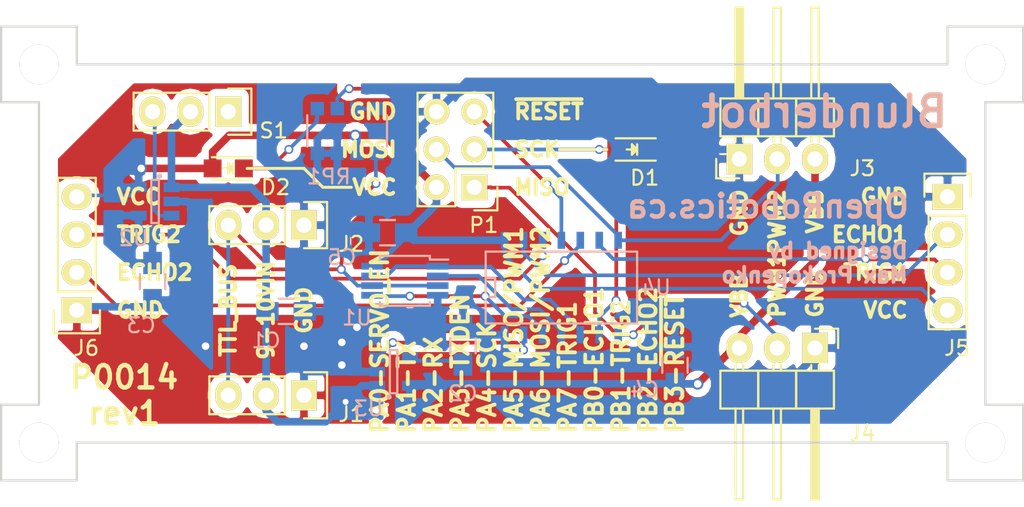
<source format=kicad_pcb>
(kicad_pcb (version 4) (host pcbnew 4.0.1-stable)

  (general
    (links 0)
    (no_connects 0)
    (area 107.231666 81.834999 189.948335 116.285001)
    (thickness 1.6)
    (drawings 53)
    (tracks 304)
    (zones 0)
    (modules 24)
    (nets 25)
  )

  (page A4)
  (layers
    (0 F.Cu signal)
    (31 B.Cu signal)
    (32 B.Adhes user hide)
    (33 F.Adhes user hide)
    (34 B.Paste user hide)
    (35 F.Paste user hide)
    (36 B.SilkS user hide)
    (37 F.SilkS user)
    (38 B.Mask user hide)
    (39 F.Mask user hide)
    (40 Dwgs.User user)
    (41 Cmts.User user hide)
    (42 Eco1.User user hide)
    (43 Eco2.User user hide)
    (44 Edge.Cuts user)
    (45 Margin user hide)
    (46 B.CrtYd user hide)
    (47 F.CrtYd user hide)
    (48 B.Fab user hide)
    (49 F.Fab user hide)
  )

  (setup
    (last_trace_width 0.25)
    (trace_clearance 0.2)
    (zone_clearance 0.508)
    (zone_45_only no)
    (trace_min 0.2)
    (segment_width 0.2)
    (edge_width 0.15)
    (via_size 0.6)
    (via_drill 0.4)
    (via_min_size 0.4)
    (via_min_drill 0.3)
    (uvia_size 0.3)
    (uvia_drill 0.1)
    (uvias_allowed no)
    (uvia_min_size 0.2)
    (uvia_min_drill 0.1)
    (pcb_text_width 0.3)
    (pcb_text_size 1.5 1.5)
    (mod_edge_width 0.15)
    (mod_text_size 1 1)
    (mod_text_width 0.15)
    (pad_size 2.032 1.7272)
    (pad_drill 1.016)
    (pad_to_mask_clearance 0.2)
    (aux_axis_origin 0 0)
    (visible_elements 7FFFFE7F)
    (pcbplotparams
      (layerselection 0x010f0_80000001)
      (usegerberextensions true)
      (excludeedgelayer true)
      (linewidth 0.100000)
      (plotframeref false)
      (viasonmask false)
      (mode 1)
      (useauxorigin false)
      (hpglpennumber 1)
      (hpglpenspeed 20)
      (hpglpendiameter 15)
      (hpglpenoverlay 2)
      (psnegative false)
      (psa4output false)
      (plotreference true)
      (plotvalue true)
      (plotinvisibletext false)
      (padsonsilk false)
      (subtractmaskfromsilk false)
      (outputformat 1)
      (mirror false)
      (drillshape 0)
      (scaleselection 1)
      (outputdirectory ""))
  )

  (net 0 "")
  (net 1 GND)
  (net 2 "Net-(C2-Pad1)")
  (net 3 "Net-(C3-Pad1)")
  (net 4 /VBB)
  (net 5 /VCC)
  (net 6 /SCK)
  (net 7 "Net-(D1-Pad1)")
  (net 8 "Net-(D2-Pad1)")
  (net 9 /TTL_BUS)
  (net 10 /TRIG1)
  (net 11 /ECHO1)
  (net 12 /TRIG2)
  (net 13 /ECHO2)
  (net 14 /~RESET)
  (net 15 "Net-(RP1-Pad3)")
  (net 16 /TXDEN)
  (net 17 /RX)
  (net 18 /SERVO_EN)
  (net 19 "Net-(S1-Pad1)")
  (net 20 "Net-(S1-Pad3)")
  (net 21 /9-10V_IN)
  (net 22 /MOSI/PWM2)
  (net 23 /MISO/PWM1)
  (net 24 /TX)

  (net_class Default "This is the default net class."
    (clearance 0.2)
    (trace_width 0.25)
    (via_dia 0.6)
    (via_drill 0.4)
    (uvia_dia 0.3)
    (uvia_drill 0.1)
    (add_net /9-10V_IN)
    (add_net /ECHO1)
    (add_net /ECHO2)
    (add_net /MISO/PWM1)
    (add_net /MOSI/PWM2)
    (add_net /RX)
    (add_net /SCK)
    (add_net /SERVO_EN)
    (add_net /TRIG1)
    (add_net /TRIG2)
    (add_net /TTL_BUS)
    (add_net /TX)
    (add_net /TXDEN)
    (add_net /~RESET)
    (add_net "Net-(C2-Pad1)")
    (add_net "Net-(C3-Pad1)")
    (add_net "Net-(D1-Pad1)")
    (add_net "Net-(D2-Pad1)")
    (add_net "Net-(RP1-Pad3)")
    (add_net "Net-(S1-Pad1)")
    (add_net "Net-(S1-Pad3)")
  )

  (net_class power ""
    (clearance 0.2)
    (trace_width 0.508)
    (via_dia 0.762)
    (via_drill 0.508)
    (uvia_dia 0.3)
    (uvia_drill 0.1)
    (add_net /VBB)
    (add_net /VCC)
    (add_net GND)
  )

  (module Resistors_SMD:R_Array_Convex_4x1206 (layer B.Cu) (tedit 5457EF71) (tstamp 56C96CA4)
    (at 137.516 90.829 270)
    (descr "Chip Resistor Network, ROHM MNR34 (see mnr_g.pdf)")
    (tags "resistor array")
    (path /56AF2196)
    (attr smd)
    (fp_text reference RP1 (at 3.072 1.238 540) (layer B.SilkS)
      (effects (font (size 1 1) (thickness 0.15)) (justify mirror))
    )
    (fp_text value 680 (at 0 -3.5 270) (layer B.Fab)
      (effects (font (size 1 1) (thickness 0.15)) (justify mirror))
    )
    (fp_line (start -2.2 2.8) (end 2.2 2.8) (layer B.CrtYd) (width 0.05))
    (fp_line (start -2.2 -2.8) (end 2.2 -2.8) (layer B.CrtYd) (width 0.05))
    (fp_line (start -2.2 2.8) (end -2.2 -2.8) (layer B.CrtYd) (width 0.05))
    (fp_line (start 2.2 2.8) (end 2.2 -2.8) (layer B.CrtYd) (width 0.05))
    (fp_line (start 1.05 -2.675) (end -1.05 -2.675) (layer B.SilkS) (width 0.15))
    (fp_line (start 1.05 2.675) (end -1.05 2.675) (layer B.SilkS) (width 0.15))
    (pad 1 smd rect (at -1.5 2 270) (size 0.9 0.9) (layers B.Cu B.Paste B.Mask)
      (net 8 "Net-(D2-Pad1)"))
    (pad 4 smd rect (at -1.5 -2 270) (size 0.9 0.9) (layers B.Cu B.Paste B.Mask)
      (net 15 "Net-(RP1-Pad3)"))
    (pad 2 smd rect (at -1.5 0.66 270) (size 0.9 0.9) (layers B.Cu B.Paste B.Mask)
      (net 7 "Net-(D1-Pad1)"))
    (pad 3 smd rect (at -1.5 -0.66 270) (size 0.9 0.9) (layers B.Cu B.Paste B.Mask)
      (net 15 "Net-(RP1-Pad3)"))
    (pad 7 smd rect (at 1.5 0.66 270) (size 0.9 0.9) (layers B.Cu B.Paste B.Mask)
      (net 1 GND))
    (pad 8 smd rect (at 1.5 2 270) (size 0.9 0.9) (layers B.Cu B.Paste B.Mask)
      (net 1 GND))
    (pad 5 smd rect (at 1.5 -2 270) (size 0.9 0.9) (layers B.Cu B.Paste B.Mask)
      (net 9 /TTL_BUS))
    (pad 6 smd rect (at 1.5 -0.66 270) (size 0.9 0.9) (layers B.Cu B.Paste B.Mask)
      (net 5 /VCC))
    (model Resistors_SMD.3dshapes/R_Array_Convex_4x1206.wrl
      (at (xyz 0 0 0))
      (scale (xyz 1 1 1))
      (rotate (xyz 0 0 0))
    )
  )

  (module SMD_Packages:SOIC-14_N (layer B.Cu) (tedit 0) (tstamp 56C96CD4)
    (at 151.892 101.473)
    (descr "Module CMS SOJ 14 pins Large")
    (tags "CMS SOJ")
    (path /56A55036)
    (attr smd)
    (fp_text reference U4 (at 6.35 -0.127) (layer B.SilkS)
      (effects (font (size 1 1) (thickness 0.15)) (justify mirror))
    )
    (fp_text value ATTINY841-SSU (at -1.27 -0.762) (layer B.Fab)
      (effects (font (size 1 1) (thickness 0.15)) (justify mirror))
    )
    (fp_line (start 5.08 2.286) (end 5.08 -2.54) (layer B.SilkS) (width 0.15))
    (fp_line (start 5.08 -2.54) (end -5.08 -2.54) (layer B.SilkS) (width 0.15))
    (fp_line (start -5.08 -2.54) (end -5.08 2.286) (layer B.SilkS) (width 0.15))
    (fp_line (start -5.08 2.286) (end 5.08 2.286) (layer B.SilkS) (width 0.15))
    (fp_line (start -5.08 0.508) (end -4.445 0.508) (layer B.SilkS) (width 0.15))
    (fp_line (start -4.445 0.508) (end -4.445 -0.762) (layer B.SilkS) (width 0.15))
    (fp_line (start -4.445 -0.762) (end -5.08 -0.762) (layer B.SilkS) (width 0.15))
    (pad 1 smd rect (at -3.81 -3.302) (size 0.508 1.143) (layers B.Cu B.Paste B.Mask)
      (net 5 /VCC))
    (pad 2 smd rect (at -2.54 -3.302) (size 0.508 1.143) (layers B.Cu B.Paste B.Mask)
      (net 11 /ECHO1))
    (pad 3 smd rect (at -1.27 -3.302) (size 0.508 1.143) (layers B.Cu B.Paste B.Mask)
      (net 12 /TRIG2))
    (pad 4 smd rect (at 0 -3.302) (size 0.508 1.143) (layers B.Cu B.Paste B.Mask)
      (net 14 /~RESET))
    (pad 5 smd rect (at 1.27 -3.302) (size 0.508 1.143) (layers B.Cu B.Paste B.Mask)
      (net 13 /ECHO2))
    (pad 6 smd rect (at 2.54 -3.302) (size 0.508 1.143) (layers B.Cu B.Paste B.Mask)
      (net 10 /TRIG1))
    (pad 7 smd rect (at 3.81 -3.302) (size 0.508 1.143) (layers B.Cu B.Paste B.Mask)
      (net 22 /MOSI/PWM2))
    (pad 8 smd rect (at 3.81 3.048) (size 0.508 1.143) (layers B.Cu B.Paste B.Mask)
      (net 23 /MISO/PWM1))
    (pad 9 smd rect (at 2.54 3.048) (size 0.508 1.143) (layers B.Cu B.Paste B.Mask)
      (net 6 /SCK))
    (pad 11 smd rect (at 0 3.048) (size 0.508 1.143) (layers B.Cu B.Paste B.Mask)
      (net 17 /RX))
    (pad 12 smd rect (at -1.27 3.048) (size 0.508 1.143) (layers B.Cu B.Paste B.Mask)
      (net 24 /TX))
    (pad 13 smd rect (at -2.54 3.048) (size 0.508 1.143) (layers B.Cu B.Paste B.Mask)
      (net 18 /SERVO_EN))
    (pad 14 smd rect (at -3.81 3.048) (size 0.508 1.143) (layers B.Cu B.Paste B.Mask)
      (net 1 GND))
    (pad 10 smd rect (at 1.27 3.048) (size 0.508 1.143) (layers B.Cu B.Paste B.Mask)
      (net 16 /TXDEN))
    (model SMD_Packages.3dshapes/SOIC-14_N.wrl
      (at (xyz 0 0 0))
      (scale (xyz 0.5 0.4 0.5))
      (rotate (xyz 0 0 0))
    )
  )

  (module TO_SOT_Packages_SMD:SOT-23-5 (layer B.Cu) (tedit 55360473) (tstamp 56C96CB9)
    (at 124.63 95.565 180)
    (descr "5-pin SOT23 package")
    (tags SOT-23-5)
    (path /56C977E3)
    (attr smd)
    (fp_text reference U2 (at 1.44 -2.479 180) (layer B.SilkS)
      (effects (font (size 1 1) (thickness 0.15)) (justify mirror))
    )
    (fp_text value MIC5219-5.0YM5-TR (at -0.05 -2.35 180) (layer B.Fab)
      (effects (font (size 1 1) (thickness 0.15)) (justify mirror))
    )
    (fp_line (start -1.8 1.6) (end 1.8 1.6) (layer B.CrtYd) (width 0.05))
    (fp_line (start 1.8 1.6) (end 1.8 -1.6) (layer B.CrtYd) (width 0.05))
    (fp_line (start 1.8 -1.6) (end -1.8 -1.6) (layer B.CrtYd) (width 0.05))
    (fp_line (start -1.8 -1.6) (end -1.8 1.6) (layer B.CrtYd) (width 0.05))
    (fp_circle (center -0.3 1.7) (end -0.2 1.7) (layer B.SilkS) (width 0.15))
    (fp_line (start 0.25 1.45) (end -0.25 1.45) (layer B.SilkS) (width 0.15))
    (fp_line (start 0.25 -1.45) (end 0.25 1.45) (layer B.SilkS) (width 0.15))
    (fp_line (start -0.25 -1.45) (end 0.25 -1.45) (layer B.SilkS) (width 0.15))
    (fp_line (start -0.25 1.45) (end -0.25 -1.45) (layer B.SilkS) (width 0.15))
    (pad 1 smd rect (at -1.1 0.95 180) (size 1.06 0.65) (layers B.Cu B.Paste B.Mask)
      (net 21 /9-10V_IN))
    (pad 2 smd rect (at -1.1 0 180) (size 1.06 0.65) (layers B.Cu B.Paste B.Mask)
      (net 1 GND))
    (pad 3 smd rect (at -1.1 -0.95 180) (size 1.06 0.65) (layers B.Cu B.Paste B.Mask)
      (net 20 "Net-(S1-Pad3)"))
    (pad 4 smd rect (at 1.1 -0.95 180) (size 1.06 0.65) (layers B.Cu B.Paste B.Mask)
      (net 3 "Net-(C3-Pad1)"))
    (pad 5 smd rect (at 1.1 0.95 180) (size 1.06 0.65) (layers B.Cu B.Paste B.Mask)
      (net 5 /VCC))
    (model TO_SOT_Packages_SMD.3dshapes/SOT-23-5.wrl
      (at (xyz 0 0 0))
      (scale (xyz 1 1 1))
      (rotate (xyz 0 0 0))
    )
  )

  (module Pin_Headers:Pin_Header_Angled_1x03 (layer F.Cu) (tedit 0) (tstamp 56C96C77)
    (at 163.83 92.71 90)
    (descr "Through hole pin header")
    (tags "pin header")
    (path /56A3EEE8)
    (fp_text reference J3 (at -0.635 8.255 180) (layer F.SilkS)
      (effects (font (size 1 1) (thickness 0.15)))
    )
    (fp_text value 70553-0037 (at 0 -3.1 90) (layer F.Fab)
      (effects (font (size 1 1) (thickness 0.15)))
    )
    (fp_line (start -1.5 -1.75) (end -1.5 6.85) (layer F.CrtYd) (width 0.05))
    (fp_line (start 10.65 -1.75) (end 10.65 6.85) (layer F.CrtYd) (width 0.05))
    (fp_line (start -1.5 -1.75) (end 10.65 -1.75) (layer F.CrtYd) (width 0.05))
    (fp_line (start -1.5 6.85) (end 10.65 6.85) (layer F.CrtYd) (width 0.05))
    (fp_line (start -1.3 -1.55) (end -1.3 0) (layer F.SilkS) (width 0.15))
    (fp_line (start 0 -1.55) (end -1.3 -1.55) (layer F.SilkS) (width 0.15))
    (fp_line (start 4.191 -0.127) (end 10.033 -0.127) (layer F.SilkS) (width 0.15))
    (fp_line (start 10.033 -0.127) (end 10.033 0.127) (layer F.SilkS) (width 0.15))
    (fp_line (start 10.033 0.127) (end 4.191 0.127) (layer F.SilkS) (width 0.15))
    (fp_line (start 4.191 0.127) (end 4.191 0) (layer F.SilkS) (width 0.15))
    (fp_line (start 4.191 0) (end 10.033 0) (layer F.SilkS) (width 0.15))
    (fp_line (start 1.524 -0.254) (end 1.143 -0.254) (layer F.SilkS) (width 0.15))
    (fp_line (start 1.524 0.254) (end 1.143 0.254) (layer F.SilkS) (width 0.15))
    (fp_line (start 1.524 2.286) (end 1.143 2.286) (layer F.SilkS) (width 0.15))
    (fp_line (start 1.524 2.794) (end 1.143 2.794) (layer F.SilkS) (width 0.15))
    (fp_line (start 1.524 4.826) (end 1.143 4.826) (layer F.SilkS) (width 0.15))
    (fp_line (start 1.524 5.334) (end 1.143 5.334) (layer F.SilkS) (width 0.15))
    (fp_line (start 4.064 1.27) (end 4.064 -1.27) (layer F.SilkS) (width 0.15))
    (fp_line (start 10.16 0.254) (end 4.064 0.254) (layer F.SilkS) (width 0.15))
    (fp_line (start 10.16 -0.254) (end 10.16 0.254) (layer F.SilkS) (width 0.15))
    (fp_line (start 4.064 -0.254) (end 10.16 -0.254) (layer F.SilkS) (width 0.15))
    (fp_line (start 1.524 1.27) (end 4.064 1.27) (layer F.SilkS) (width 0.15))
    (fp_line (start 1.524 -1.27) (end 1.524 1.27) (layer F.SilkS) (width 0.15))
    (fp_line (start 1.524 -1.27) (end 4.064 -1.27) (layer F.SilkS) (width 0.15))
    (fp_line (start 1.524 3.81) (end 4.064 3.81) (layer F.SilkS) (width 0.15))
    (fp_line (start 1.524 3.81) (end 1.524 6.35) (layer F.SilkS) (width 0.15))
    (fp_line (start 4.064 4.826) (end 10.16 4.826) (layer F.SilkS) (width 0.15))
    (fp_line (start 10.16 4.826) (end 10.16 5.334) (layer F.SilkS) (width 0.15))
    (fp_line (start 10.16 5.334) (end 4.064 5.334) (layer F.SilkS) (width 0.15))
    (fp_line (start 4.064 6.35) (end 4.064 3.81) (layer F.SilkS) (width 0.15))
    (fp_line (start 4.064 3.81) (end 4.064 1.27) (layer F.SilkS) (width 0.15))
    (fp_line (start 10.16 2.794) (end 4.064 2.794) (layer F.SilkS) (width 0.15))
    (fp_line (start 10.16 2.286) (end 10.16 2.794) (layer F.SilkS) (width 0.15))
    (fp_line (start 4.064 2.286) (end 10.16 2.286) (layer F.SilkS) (width 0.15))
    (fp_line (start 1.524 3.81) (end 4.064 3.81) (layer F.SilkS) (width 0.15))
    (fp_line (start 1.524 1.27) (end 1.524 3.81) (layer F.SilkS) (width 0.15))
    (fp_line (start 1.524 1.27) (end 4.064 1.27) (layer F.SilkS) (width 0.15))
    (fp_line (start 1.524 6.35) (end 4.064 6.35) (layer F.SilkS) (width 0.15))
    (pad 1 thru_hole rect (at 0 0 90) (size 2.032 1.7272) (drill 1.016) (layers *.Cu *.Mask F.SilkS)
      (net 1 GND))
    (pad 2 thru_hole oval (at 0 2.54 90) (size 2.032 1.7272) (drill 1.016) (layers *.Cu *.Mask F.SilkS)
      (net 22 /MOSI/PWM2))
    (pad 3 thru_hole oval (at 0 5.08 90) (size 2.032 1.7272) (drill 1.016) (layers *.Cu *.Mask F.SilkS)
      (net 4 /VBB))
    (model Pin_Headers.3dshapes/Pin_Header_Angled_1x03.wrl
      (at (xyz 0 -0.1 0))
      (scale (xyz 1 1 1))
      (rotate (xyz 0 0 90))
    )
  )

  (module Capacitors_SMD:C_0805_HandSoldering (layer B.Cu) (tedit 541A9B8D) (tstamp 56C96C56)
    (at 140.228 97.663 180)
    (descr "Capacitor SMD 0805, hand soldering")
    (tags "capacitor 0805")
    (path /56A55431)
    (attr smd)
    (fp_text reference C5 (at 3.068 -1.651 180) (layer B.SilkS)
      (effects (font (size 1 1) (thickness 0.15)) (justify mirror))
    )
    (fp_text value 4.7uF (at 0 -2.1 180) (layer B.Fab)
      (effects (font (size 1 1) (thickness 0.15)) (justify mirror))
    )
    (fp_line (start -2.3 1) (end 2.3 1) (layer B.CrtYd) (width 0.05))
    (fp_line (start -2.3 -1) (end 2.3 -1) (layer B.CrtYd) (width 0.05))
    (fp_line (start -2.3 1) (end -2.3 -1) (layer B.CrtYd) (width 0.05))
    (fp_line (start 2.3 1) (end 2.3 -1) (layer B.CrtYd) (width 0.05))
    (fp_line (start 0.5 0.85) (end -0.5 0.85) (layer B.SilkS) (width 0.15))
    (fp_line (start -0.5 -0.85) (end 0.5 -0.85) (layer B.SilkS) (width 0.15))
    (pad 1 smd rect (at -1.25 0 180) (size 1.5 1.25) (layers B.Cu B.Paste B.Mask)
      (net 5 /VCC))
    (pad 2 smd rect (at 1.25 0 180) (size 1.5 1.25) (layers B.Cu B.Paste B.Mask)
      (net 1 GND))
    (model Capacitors_SMD.3dshapes/C_0805_HandSoldering.wrl
      (at (xyz 0 0 0))
      (scale (xyz 1 1 1))
      (rotate (xyz 0 0 0))
    )
  )

  (module Pin_Headers:Pin_Header_Straight_2x03 (layer F.Cu) (tedit 54EA0A4B) (tstamp 56C96C98)
    (at 146.05 94.615 180)
    (descr "Through hole pin header")
    (tags "pin header")
    (path /56A5A4C1)
    (fp_text reference P1 (at -0.635 -2.54 180) (layer F.SilkS)
      (effects (font (size 1 1) (thickness 0.15)))
    )
    (fp_text value CONN_02X03 (at 0 -3.1 180) (layer F.Fab)
      (effects (font (size 1 1) (thickness 0.15)))
    )
    (fp_line (start -1.27 1.27) (end -1.27 6.35) (layer F.SilkS) (width 0.15))
    (fp_line (start -1.55 -1.55) (end 0 -1.55) (layer F.SilkS) (width 0.15))
    (fp_line (start -1.75 -1.75) (end -1.75 6.85) (layer F.CrtYd) (width 0.05))
    (fp_line (start 4.3 -1.75) (end 4.3 6.85) (layer F.CrtYd) (width 0.05))
    (fp_line (start -1.75 -1.75) (end 4.3 -1.75) (layer F.CrtYd) (width 0.05))
    (fp_line (start -1.75 6.85) (end 4.3 6.85) (layer F.CrtYd) (width 0.05))
    (fp_line (start 1.27 -1.27) (end 1.27 1.27) (layer F.SilkS) (width 0.15))
    (fp_line (start 1.27 1.27) (end -1.27 1.27) (layer F.SilkS) (width 0.15))
    (fp_line (start -1.27 6.35) (end 3.81 6.35) (layer F.SilkS) (width 0.15))
    (fp_line (start 3.81 6.35) (end 3.81 1.27) (layer F.SilkS) (width 0.15))
    (fp_line (start -1.55 -1.55) (end -1.55 0) (layer F.SilkS) (width 0.15))
    (fp_line (start 3.81 -1.27) (end 1.27 -1.27) (layer F.SilkS) (width 0.15))
    (fp_line (start 3.81 1.27) (end 3.81 -1.27) (layer F.SilkS) (width 0.15))
    (pad 1 thru_hole rect (at 0 0 180) (size 1.7272 1.7272) (drill 1.016) (layers *.Cu *.Mask F.SilkS)
      (net 23 /MISO/PWM1))
    (pad 2 thru_hole oval (at 2.54 0 180) (size 1.7272 1.7272) (drill 1.016) (layers *.Cu *.Mask F.SilkS)
      (net 5 /VCC))
    (pad 3 thru_hole oval (at 0 2.54 180) (size 1.7272 1.7272) (drill 1.016) (layers *.Cu *.Mask F.SilkS)
      (net 6 /SCK))
    (pad 4 thru_hole oval (at 2.54 2.54 180) (size 1.7272 1.7272) (drill 1.016) (layers *.Cu *.Mask F.SilkS)
      (net 22 /MOSI/PWM2))
    (pad 5 thru_hole oval (at 0 5.08 180) (size 1.7272 1.7272) (drill 1.016) (layers *.Cu *.Mask F.SilkS)
      (net 14 /~RESET))
    (pad 6 thru_hole oval (at 2.54 5.08 180) (size 1.7272 1.7272) (drill 1.016) (layers *.Cu *.Mask F.SilkS)
      (net 1 GND))
    (model Pin_Headers.3dshapes/Pin_Header_Straight_2x03.wrl
      (at (xyz 0.05 -0.1 0))
      (scale (xyz 1 1 1))
      (rotate (xyz 0 0 90))
    )
  )

  (module Capacitors_SMD:C_0805_HandSoldering (layer B.Cu) (tedit 541A9B8D) (tstamp 56C96C3E)
    (at 133.4208 102.9462)
    (descr "Capacitor SMD 0805, hand soldering")
    (tags "capacitor 0805")
    (path /56A552A1)
    (attr smd)
    (fp_text reference C1 (at -1.3408 1.9558 180) (layer B.SilkS)
      (effects (font (size 1 1) (thickness 0.15)) (justify mirror))
    )
    (fp_text value 1uF (at 0 -2.1) (layer B.Fab)
      (effects (font (size 1 1) (thickness 0.15)) (justify mirror))
    )
    (fp_line (start -2.3 1) (end 2.3 1) (layer B.CrtYd) (width 0.05))
    (fp_line (start -2.3 -1) (end 2.3 -1) (layer B.CrtYd) (width 0.05))
    (fp_line (start -2.3 1) (end -2.3 -1) (layer B.CrtYd) (width 0.05))
    (fp_line (start 2.3 1) (end 2.3 -1) (layer B.CrtYd) (width 0.05))
    (fp_line (start 0.5 0.85) (end -0.5 0.85) (layer B.SilkS) (width 0.15))
    (fp_line (start -0.5 -0.85) (end 0.5 -0.85) (layer B.SilkS) (width 0.15))
    (pad 1 smd rect (at -1.25 0) (size 1.5 1.25) (layers B.Cu B.Paste B.Mask)
      (net 21 /9-10V_IN))
    (pad 2 smd rect (at 1.25 0) (size 1.5 1.25) (layers B.Cu B.Paste B.Mask)
      (net 1 GND))
    (model Capacitors_SMD.3dshapes/C_0805_HandSoldering.wrl
      (at (xyz 0 0 0))
      (scale (xyz 1 1 1))
      (rotate (xyz 0 0 0))
    )
  )

  (module Capacitors_SMD:C_0805_HandSoldering (layer B.Cu) (tedit 541A9B8D) (tstamp 56C96C44)
    (at 145.288 105.263 90)
    (descr "Capacitor SMD 0805, hand soldering")
    (tags "capacitor 0805")
    (path /56A55E23)
    (attr smd)
    (fp_text reference C2 (at -3.195 0 180) (layer B.SilkS)
      (effects (font (size 1 1) (thickness 0.15)) (justify mirror))
    )
    (fp_text value 470pF (at 0 -2.1 90) (layer B.Fab)
      (effects (font (size 1 1) (thickness 0.15)) (justify mirror))
    )
    (fp_line (start -2.3 1) (end 2.3 1) (layer B.CrtYd) (width 0.05))
    (fp_line (start -2.3 -1) (end 2.3 -1) (layer B.CrtYd) (width 0.05))
    (fp_line (start -2.3 1) (end -2.3 -1) (layer B.CrtYd) (width 0.05))
    (fp_line (start 2.3 1) (end 2.3 -1) (layer B.CrtYd) (width 0.05))
    (fp_line (start 0.5 0.85) (end -0.5 0.85) (layer B.SilkS) (width 0.15))
    (fp_line (start -0.5 -0.85) (end 0.5 -0.85) (layer B.SilkS) (width 0.15))
    (pad 1 smd rect (at -1.25 0 90) (size 1.5 1.25) (layers B.Cu B.Paste B.Mask)
      (net 2 "Net-(C2-Pad1)"))
    (pad 2 smd rect (at 1.25 0 90) (size 1.5 1.25) (layers B.Cu B.Paste B.Mask)
      (net 1 GND))
    (model Capacitors_SMD.3dshapes/C_0805_HandSoldering.wrl
      (at (xyz 0 0 0))
      (scale (xyz 1 1 1))
      (rotate (xyz 0 0 0))
    )
  )

  (module Capacitors_SMD:C_0805_HandSoldering (layer B.Cu) (tedit 541A9B8D) (tstamp 56C96C4A)
    (at 124.46 100.945 270)
    (descr "Capacitor SMD 0805, hand soldering")
    (tags "capacitor 0805")
    (path /56C98142)
    (attr smd)
    (fp_text reference C3 (at 2.941 0.762 360) (layer B.SilkS)
      (effects (font (size 1 1) (thickness 0.15)) (justify mirror))
    )
    (fp_text value 470pF (at 0 -2.1 270) (layer B.Fab)
      (effects (font (size 1 1) (thickness 0.15)) (justify mirror))
    )
    (fp_line (start -2.3 1) (end 2.3 1) (layer B.CrtYd) (width 0.05))
    (fp_line (start -2.3 -1) (end 2.3 -1) (layer B.CrtYd) (width 0.05))
    (fp_line (start -2.3 1) (end -2.3 -1) (layer B.CrtYd) (width 0.05))
    (fp_line (start 2.3 1) (end 2.3 -1) (layer B.CrtYd) (width 0.05))
    (fp_line (start 0.5 0.85) (end -0.5 0.85) (layer B.SilkS) (width 0.15))
    (fp_line (start -0.5 -0.85) (end 0.5 -0.85) (layer B.SilkS) (width 0.15))
    (pad 1 smd rect (at -1.25 0 270) (size 1.5 1.25) (layers B.Cu B.Paste B.Mask)
      (net 3 "Net-(C3-Pad1)"))
    (pad 2 smd rect (at 1.25 0 270) (size 1.5 1.25) (layers B.Cu B.Paste B.Mask)
      (net 1 GND))
    (model Capacitors_SMD.3dshapes/C_0805_HandSoldering.wrl
      (at (xyz 0 0 0))
      (scale (xyz 1 1 1))
      (rotate (xyz 0 0 0))
    )
  )

  (module Capacitors_SMD:C_0805_HandSoldering (layer B.Cu) (tedit 541A9B8D) (tstamp 56C96C50)
    (at 159.512 106.573 90)
    (descr "Capacitor SMD 0805, hand soldering")
    (tags "capacitor 0805")
    (path /56A55374)
    (attr smd)
    (fp_text reference C4 (at -1.631 -2.032 360) (layer B.SilkS)
      (effects (font (size 1 1) (thickness 0.15)) (justify mirror))
    )
    (fp_text value 4.7uF (at 0 -2.1 90) (layer B.Fab)
      (effects (font (size 1 1) (thickness 0.15)) (justify mirror))
    )
    (fp_line (start -2.3 1) (end 2.3 1) (layer B.CrtYd) (width 0.05))
    (fp_line (start -2.3 -1) (end 2.3 -1) (layer B.CrtYd) (width 0.05))
    (fp_line (start -2.3 1) (end -2.3 -1) (layer B.CrtYd) (width 0.05))
    (fp_line (start 2.3 1) (end 2.3 -1) (layer B.CrtYd) (width 0.05))
    (fp_line (start 0.5 0.85) (end -0.5 0.85) (layer B.SilkS) (width 0.15))
    (fp_line (start -0.5 -0.85) (end 0.5 -0.85) (layer B.SilkS) (width 0.15))
    (pad 1 smd rect (at -1.25 0 90) (size 1.5 1.25) (layers B.Cu B.Paste B.Mask)
      (net 4 /VBB))
    (pad 2 smd rect (at 1.25 0 90) (size 1.5 1.25) (layers B.Cu B.Paste B.Mask)
      (net 1 GND))
    (model Capacitors_SMD.3dshapes/C_0805_HandSoldering.wrl
      (at (xyz 0 0 0))
      (scale (xyz 1 1 1))
      (rotate (xyz 0 0 0))
    )
  )

  (module LEDs:LED_0805 (layer F.Cu) (tedit 55BDE1C2) (tstamp 56C96C5C)
    (at 156.62402 92.075 180)
    (descr "LED 0805 smd package")
    (tags "LED 0805 SMD")
    (path /56A60961)
    (attr smd)
    (fp_text reference D1 (at -0.85598 -1.905 360) (layer F.SilkS)
      (effects (font (size 1 1) (thickness 0.15)))
    )
    (fp_text value LTST-C170KFKT (at 0 1.75 180) (layer F.Fab)
      (effects (font (size 1 1) (thickness 0.15)))
    )
    (fp_line (start -1.6 0.75) (end 1.1 0.75) (layer F.SilkS) (width 0.15))
    (fp_line (start -1.6 -0.75) (end 1.1 -0.75) (layer F.SilkS) (width 0.15))
    (fp_line (start -0.1 0.15) (end -0.1 -0.1) (layer F.SilkS) (width 0.15))
    (fp_line (start -0.1 -0.1) (end -0.25 0.05) (layer F.SilkS) (width 0.15))
    (fp_line (start -0.35 -0.35) (end -0.35 0.35) (layer F.SilkS) (width 0.15))
    (fp_line (start 0 0) (end 0.35 0) (layer F.SilkS) (width 0.15))
    (fp_line (start -0.35 0) (end 0 -0.35) (layer F.SilkS) (width 0.15))
    (fp_line (start 0 -0.35) (end 0 0.35) (layer F.SilkS) (width 0.15))
    (fp_line (start 0 0.35) (end -0.35 0) (layer F.SilkS) (width 0.15))
    (fp_line (start 1.9 -0.95) (end 1.9 0.95) (layer F.CrtYd) (width 0.05))
    (fp_line (start 1.9 0.95) (end -1.9 0.95) (layer F.CrtYd) (width 0.05))
    (fp_line (start -1.9 0.95) (end -1.9 -0.95) (layer F.CrtYd) (width 0.05))
    (fp_line (start -1.9 -0.95) (end 1.9 -0.95) (layer F.CrtYd) (width 0.05))
    (pad 2 smd rect (at 1.04902 0) (size 1.19888 1.19888) (layers F.Cu F.Paste F.Mask)
      (net 6 /SCK))
    (pad 1 smd rect (at -1.04902 0) (size 1.19888 1.19888) (layers F.Cu F.Paste F.Mask)
      (net 7 "Net-(D1-Pad1)"))
    (model LEDs.3dshapes/LED_0805.wrl
      (at (xyz 0 0 0))
      (scale (xyz 1 1 1))
      (rotate (xyz 0 0 0))
    )
  )

  (module LEDs:LED_0805 (layer F.Cu) (tedit 55BDE1C2) (tstamp 56C96C62)
    (at 129.54 93.345 180)
    (descr "LED 0805 smd package")
    (tags "LED 0805 SMD")
    (path /56A60844)
    (attr smd)
    (fp_text reference D2 (at -3.175 -1.27 180) (layer F.SilkS)
      (effects (font (size 1 1) (thickness 0.15)))
    )
    (fp_text value LTST-C170KGKT (at 0 1.75 180) (layer F.Fab)
      (effects (font (size 1 1) (thickness 0.15)))
    )
    (fp_line (start -1.6 0.75) (end 1.1 0.75) (layer F.SilkS) (width 0.15))
    (fp_line (start -1.6 -0.75) (end 1.1 -0.75) (layer F.SilkS) (width 0.15))
    (fp_line (start -0.1 0.15) (end -0.1 -0.1) (layer F.SilkS) (width 0.15))
    (fp_line (start -0.1 -0.1) (end -0.25 0.05) (layer F.SilkS) (width 0.15))
    (fp_line (start -0.35 -0.35) (end -0.35 0.35) (layer F.SilkS) (width 0.15))
    (fp_line (start 0 0) (end 0.35 0) (layer F.SilkS) (width 0.15))
    (fp_line (start -0.35 0) (end 0 -0.35) (layer F.SilkS) (width 0.15))
    (fp_line (start 0 -0.35) (end 0 0.35) (layer F.SilkS) (width 0.15))
    (fp_line (start 0 0.35) (end -0.35 0) (layer F.SilkS) (width 0.15))
    (fp_line (start 1.9 -0.95) (end 1.9 0.95) (layer F.CrtYd) (width 0.05))
    (fp_line (start 1.9 0.95) (end -1.9 0.95) (layer F.CrtYd) (width 0.05))
    (fp_line (start -1.9 0.95) (end -1.9 -0.95) (layer F.CrtYd) (width 0.05))
    (fp_line (start -1.9 -0.95) (end 1.9 -0.95) (layer F.CrtYd) (width 0.05))
    (pad 2 smd rect (at 1.04902 0) (size 1.19888 1.19888) (layers F.Cu F.Paste F.Mask)
      (net 5 /VCC))
    (pad 1 smd rect (at -1.04902 0) (size 1.19888 1.19888) (layers F.Cu F.Paste F.Mask)
      (net 8 "Net-(D2-Pad1)"))
    (model LEDs.3dshapes/LED_0805.wrl
      (at (xyz 0 0 0))
      (scale (xyz 1 1 1))
      (rotate (xyz 0 0 0))
    )
  )

  (module Pin_Headers:Pin_Header_Straight_1x03 (layer F.Cu) (tedit 0) (tstamp 56C96C69)
    (at 134.62 108.585 270)
    (descr "Through hole pin header")
    (tags "pin header")
    (path /56A3F1F8)
    (fp_text reference J1 (at 1.27 -3.175 540) (layer F.SilkS)
      (effects (font (size 1 1) (thickness 0.15)))
    )
    (fp_text value 22-03-5035 (at 0 -3.1 270) (layer F.Fab)
      (effects (font (size 1 1) (thickness 0.15)))
    )
    (fp_line (start -1.75 -1.75) (end -1.75 6.85) (layer F.CrtYd) (width 0.05))
    (fp_line (start 1.75 -1.75) (end 1.75 6.85) (layer F.CrtYd) (width 0.05))
    (fp_line (start -1.75 -1.75) (end 1.75 -1.75) (layer F.CrtYd) (width 0.05))
    (fp_line (start -1.75 6.85) (end 1.75 6.85) (layer F.CrtYd) (width 0.05))
    (fp_line (start -1.27 1.27) (end -1.27 6.35) (layer F.SilkS) (width 0.15))
    (fp_line (start -1.27 6.35) (end 1.27 6.35) (layer F.SilkS) (width 0.15))
    (fp_line (start 1.27 6.35) (end 1.27 1.27) (layer F.SilkS) (width 0.15))
    (fp_line (start 1.55 -1.55) (end 1.55 0) (layer F.SilkS) (width 0.15))
    (fp_line (start 1.27 1.27) (end -1.27 1.27) (layer F.SilkS) (width 0.15))
    (fp_line (start -1.55 0) (end -1.55 -1.55) (layer F.SilkS) (width 0.15))
    (fp_line (start -1.55 -1.55) (end 1.55 -1.55) (layer F.SilkS) (width 0.15))
    (pad 1 thru_hole rect (at 0 0 270) (size 2.032 1.7272) (drill 1.016) (layers *.Cu *.Mask F.SilkS)
      (net 1 GND))
    (pad 2 thru_hole oval (at 0 2.54 270) (size 2.032 1.7272) (drill 1.016) (layers *.Cu *.Mask F.SilkS)
      (net 21 /9-10V_IN))
    (pad 3 thru_hole oval (at 0 5.08 270) (size 2.032 1.7272) (drill 1.016) (layers *.Cu *.Mask F.SilkS)
      (net 9 /TTL_BUS))
    (model Pin_Headers.3dshapes/Pin_Header_Straight_1x03.wrl
      (at (xyz 0 -0.1 0))
      (scale (xyz 1 1 1))
      (rotate (xyz 0 0 90))
    )
  )

  (module Pin_Headers:Pin_Header_Straight_1x03 (layer F.Cu) (tedit 56CA780A) (tstamp 56C96C70)
    (at 134.62 97.155 270)
    (descr "Through hole pin header")
    (tags "pin header")
    (path /56A52B48)
    (fp_text reference J2 (at 1.27 -3.175 540) (layer F.SilkS)
      (effects (font (size 1 1) (thickness 0.15)))
    )
    (fp_text value 22-03-5035 (at 0 -3.1 270) (layer F.Fab)
      (effects (font (size 1 1) (thickness 0.15)))
    )
    (fp_line (start -1.75 -1.75) (end -1.75 6.85) (layer F.CrtYd) (width 0.05))
    (fp_line (start 1.75 -1.75) (end 1.75 6.85) (layer F.CrtYd) (width 0.05))
    (fp_line (start -1.75 -1.75) (end 1.75 -1.75) (layer F.CrtYd) (width 0.05))
    (fp_line (start -1.75 6.85) (end 1.75 6.85) (layer F.CrtYd) (width 0.05))
    (fp_line (start -1.27 1.27) (end -1.27 6.35) (layer F.SilkS) (width 0.15))
    (fp_line (start -1.27 6.35) (end 1.27 6.35) (layer F.SilkS) (width 0.15))
    (fp_line (start 1.27 6.35) (end 1.27 1.27) (layer F.SilkS) (width 0.15))
    (fp_line (start 1.55 -1.55) (end 1.55 0) (layer F.SilkS) (width 0.15))
    (fp_line (start 1.27 1.27) (end -1.27 1.27) (layer F.SilkS) (width 0.15))
    (fp_line (start -1.55 0) (end -1.55 -1.55) (layer F.SilkS) (width 0.15))
    (fp_line (start -1.55 -1.55) (end 1.55 -1.55) (layer F.SilkS) (width 0.15))
    (pad 1 thru_hole rect (at 0 0 270) (size 2.032 1.7272) (drill 1.016) (layers *.Cu *.Mask F.SilkS)
      (net 1 GND))
    (pad 2 thru_hole oval (at 0 2.54 270) (size 2.032 1.7272) (drill 1.016) (layers *.Cu *.Mask F.SilkS)
      (net 21 /9-10V_IN))
    (pad 3 thru_hole oval (at 0 5.08 270) (size 2.032 1.7272) (drill 1.016) (layers *.Cu *.Mask F.SilkS)
      (net 9 /TTL_BUS))
    (model Pin_Headers.3dshapes/Pin_Header_Straight_1x03.wrl
      (at (xyz 0 -0.1 0))
      (scale (xyz 1 1 1))
      (rotate (xyz 0 0 90))
    )
  )

  (module Pin_Headers:Pin_Header_Angled_1x03 (layer F.Cu) (tedit 0) (tstamp 56C96C7E)
    (at 168.91 105.41 270)
    (descr "Through hole pin header")
    (tags "pin header")
    (path /56A3EE17)
    (fp_text reference J4 (at 5.715 -3.175 360) (layer F.SilkS)
      (effects (font (size 1 1) (thickness 0.15)))
    )
    (fp_text value 70553-0037 (at 0 -3.1 270) (layer F.Fab)
      (effects (font (size 1 1) (thickness 0.15)))
    )
    (fp_line (start -1.5 -1.75) (end -1.5 6.85) (layer F.CrtYd) (width 0.05))
    (fp_line (start 10.65 -1.75) (end 10.65 6.85) (layer F.CrtYd) (width 0.05))
    (fp_line (start -1.5 -1.75) (end 10.65 -1.75) (layer F.CrtYd) (width 0.05))
    (fp_line (start -1.5 6.85) (end 10.65 6.85) (layer F.CrtYd) (width 0.05))
    (fp_line (start -1.3 -1.55) (end -1.3 0) (layer F.SilkS) (width 0.15))
    (fp_line (start 0 -1.55) (end -1.3 -1.55) (layer F.SilkS) (width 0.15))
    (fp_line (start 4.191 -0.127) (end 10.033 -0.127) (layer F.SilkS) (width 0.15))
    (fp_line (start 10.033 -0.127) (end 10.033 0.127) (layer F.SilkS) (width 0.15))
    (fp_line (start 10.033 0.127) (end 4.191 0.127) (layer F.SilkS) (width 0.15))
    (fp_line (start 4.191 0.127) (end 4.191 0) (layer F.SilkS) (width 0.15))
    (fp_line (start 4.191 0) (end 10.033 0) (layer F.SilkS) (width 0.15))
    (fp_line (start 1.524 -0.254) (end 1.143 -0.254) (layer F.SilkS) (width 0.15))
    (fp_line (start 1.524 0.254) (end 1.143 0.254) (layer F.SilkS) (width 0.15))
    (fp_line (start 1.524 2.286) (end 1.143 2.286) (layer F.SilkS) (width 0.15))
    (fp_line (start 1.524 2.794) (end 1.143 2.794) (layer F.SilkS) (width 0.15))
    (fp_line (start 1.524 4.826) (end 1.143 4.826) (layer F.SilkS) (width 0.15))
    (fp_line (start 1.524 5.334) (end 1.143 5.334) (layer F.SilkS) (width 0.15))
    (fp_line (start 4.064 1.27) (end 4.064 -1.27) (layer F.SilkS) (width 0.15))
    (fp_line (start 10.16 0.254) (end 4.064 0.254) (layer F.SilkS) (width 0.15))
    (fp_line (start 10.16 -0.254) (end 10.16 0.254) (layer F.SilkS) (width 0.15))
    (fp_line (start 4.064 -0.254) (end 10.16 -0.254) (layer F.SilkS) (width 0.15))
    (fp_line (start 1.524 1.27) (end 4.064 1.27) (layer F.SilkS) (width 0.15))
    (fp_line (start 1.524 -1.27) (end 1.524 1.27) (layer F.SilkS) (width 0.15))
    (fp_line (start 1.524 -1.27) (end 4.064 -1.27) (layer F.SilkS) (width 0.15))
    (fp_line (start 1.524 3.81) (end 4.064 3.81) (layer F.SilkS) (width 0.15))
    (fp_line (start 1.524 3.81) (end 1.524 6.35) (layer F.SilkS) (width 0.15))
    (fp_line (start 4.064 4.826) (end 10.16 4.826) (layer F.SilkS) (width 0.15))
    (fp_line (start 10.16 4.826) (end 10.16 5.334) (layer F.SilkS) (width 0.15))
    (fp_line (start 10.16 5.334) (end 4.064 5.334) (layer F.SilkS) (width 0.15))
    (fp_line (start 4.064 6.35) (end 4.064 3.81) (layer F.SilkS) (width 0.15))
    (fp_line (start 4.064 3.81) (end 4.064 1.27) (layer F.SilkS) (width 0.15))
    (fp_line (start 10.16 2.794) (end 4.064 2.794) (layer F.SilkS) (width 0.15))
    (fp_line (start 10.16 2.286) (end 10.16 2.794) (layer F.SilkS) (width 0.15))
    (fp_line (start 4.064 2.286) (end 10.16 2.286) (layer F.SilkS) (width 0.15))
    (fp_line (start 1.524 3.81) (end 4.064 3.81) (layer F.SilkS) (width 0.15))
    (fp_line (start 1.524 1.27) (end 1.524 3.81) (layer F.SilkS) (width 0.15))
    (fp_line (start 1.524 1.27) (end 4.064 1.27) (layer F.SilkS) (width 0.15))
    (fp_line (start 1.524 6.35) (end 4.064 6.35) (layer F.SilkS) (width 0.15))
    (pad 1 thru_hole rect (at 0 0 270) (size 2.032 1.7272) (drill 1.016) (layers *.Cu *.Mask F.SilkS)
      (net 1 GND))
    (pad 2 thru_hole oval (at 0 2.54 270) (size 2.032 1.7272) (drill 1.016) (layers *.Cu *.Mask F.SilkS)
      (net 23 /MISO/PWM1))
    (pad 3 thru_hole oval (at 0 5.08 270) (size 2.032 1.7272) (drill 1.016) (layers *.Cu *.Mask F.SilkS)
      (net 4 /VBB))
    (model Pin_Headers.3dshapes/Pin_Header_Angled_1x03.wrl
      (at (xyz 0 -0.1 0))
      (scale (xyz 1 1 1))
      (rotate (xyz 0 0 90))
    )
  )

  (module Housings_SSOP:MSOP-8_3x3mm_Pitch0.65mm (layer B.Cu) (tedit 54130A77) (tstamp 56C96CB0)
    (at 141.392 100.894 180)
    (descr "8-Lead Plastic Micro Small Outline Package (MS) [MSOP] (see Microchip Packaging Specification 00000049BS.pdf)")
    (tags "SSOP 0.65")
    (path /56A5B8E2)
    (attr smd)
    (fp_text reference U1 (at 3.216 -2.484 180) (layer B.SilkS)
      (effects (font (size 1 1) (thickness 0.15)) (justify mirror))
    )
    (fp_text value TC7W241FUTE12LF (at 0 -2.6 180) (layer B.Fab)
      (effects (font (size 1 1) (thickness 0.15)) (justify mirror))
    )
    (fp_line (start -3.2 1.85) (end -3.2 -1.85) (layer B.CrtYd) (width 0.05))
    (fp_line (start 3.2 1.85) (end 3.2 -1.85) (layer B.CrtYd) (width 0.05))
    (fp_line (start -3.2 1.85) (end 3.2 1.85) (layer B.CrtYd) (width 0.05))
    (fp_line (start -3.2 -1.85) (end 3.2 -1.85) (layer B.CrtYd) (width 0.05))
    (fp_line (start -1.675 1.675) (end -1.675 1.425) (layer B.SilkS) (width 0.15))
    (fp_line (start 1.675 1.675) (end 1.675 1.425) (layer B.SilkS) (width 0.15))
    (fp_line (start 1.675 -1.675) (end 1.675 -1.425) (layer B.SilkS) (width 0.15))
    (fp_line (start -1.675 -1.675) (end -1.675 -1.425) (layer B.SilkS) (width 0.15))
    (fp_line (start -1.675 1.675) (end 1.675 1.675) (layer B.SilkS) (width 0.15))
    (fp_line (start -1.675 -1.675) (end 1.675 -1.675) (layer B.SilkS) (width 0.15))
    (fp_line (start -1.675 1.425) (end -2.925 1.425) (layer B.SilkS) (width 0.15))
    (pad 1 smd rect (at -2.2 0.975 180) (size 1.45 0.45) (layers B.Cu B.Paste B.Mask)
      (net 16 /TXDEN))
    (pad 2 smd rect (at -2.2 0.325 180) (size 1.45 0.45) (layers B.Cu B.Paste B.Mask)
      (net 17 /RX))
    (pad 3 smd rect (at -2.2 -0.325 180) (size 1.45 0.45) (layers B.Cu B.Paste B.Mask)
      (net 9 /TTL_BUS))
    (pad 4 smd rect (at -2.2 -0.975 180) (size 1.45 0.45) (layers B.Cu B.Paste B.Mask)
      (net 1 GND))
    (pad 5 smd rect (at 2.2 -0.975 180) (size 1.45 0.45) (layers B.Cu B.Paste B.Mask)
      (net 24 /TX))
    (pad 6 smd rect (at 2.2 -0.325 180) (size 1.45 0.45) (layers B.Cu B.Paste B.Mask)
      (net 9 /TTL_BUS))
    (pad 7 smd rect (at 2.2 0.325 180) (size 1.45 0.45) (layers B.Cu B.Paste B.Mask)
      (net 16 /TXDEN))
    (pad 8 smd rect (at 2.2 0.975 180) (size 1.45 0.45) (layers B.Cu B.Paste B.Mask)
      (net 5 /VCC))
    (model Housings_SSOP.3dshapes/MSOP-8_3x3mm_Pitch0.65mm.wrl
      (at (xyz 0 0 0))
      (scale (xyz 1 1 1))
      (rotate (xyz 0 0 0))
    )
  )

  (module TO_SOT_Packages_SMD:SOT-23-5 (layer B.Cu) (tedit 55360473) (tstamp 56C96CC2)
    (at 140.632 106.995)
    (descr "5-pin SOT23 package")
    (tags SOT-23-5)
    (path /56C97863)
    (attr smd)
    (fp_text reference U3 (at -1.694 2.479) (layer B.SilkS)
      (effects (font (size 1 1) (thickness 0.15)) (justify mirror))
    )
    (fp_text value MIC5219-5.0YM5-TR (at -0.05 -2.35) (layer B.Fab)
      (effects (font (size 1 1) (thickness 0.15)) (justify mirror))
    )
    (fp_line (start -1.8 1.6) (end 1.8 1.6) (layer B.CrtYd) (width 0.05))
    (fp_line (start 1.8 1.6) (end 1.8 -1.6) (layer B.CrtYd) (width 0.05))
    (fp_line (start 1.8 -1.6) (end -1.8 -1.6) (layer B.CrtYd) (width 0.05))
    (fp_line (start -1.8 -1.6) (end -1.8 1.6) (layer B.CrtYd) (width 0.05))
    (fp_circle (center -0.3 1.7) (end -0.2 1.7) (layer B.SilkS) (width 0.15))
    (fp_line (start 0.25 1.45) (end -0.25 1.45) (layer B.SilkS) (width 0.15))
    (fp_line (start 0.25 -1.45) (end 0.25 1.45) (layer B.SilkS) (width 0.15))
    (fp_line (start -0.25 -1.45) (end 0.25 -1.45) (layer B.SilkS) (width 0.15))
    (fp_line (start -0.25 1.45) (end -0.25 -1.45) (layer B.SilkS) (width 0.15))
    (pad 1 smd rect (at -1.1 0.95) (size 1.06 0.65) (layers B.Cu B.Paste B.Mask)
      (net 21 /9-10V_IN))
    (pad 2 smd rect (at -1.1 0) (size 1.06 0.65) (layers B.Cu B.Paste B.Mask)
      (net 1 GND))
    (pad 3 smd rect (at -1.1 -0.95) (size 1.06 0.65) (layers B.Cu B.Paste B.Mask)
      (net 18 /SERVO_EN))
    (pad 4 smd rect (at 1.1 -0.95) (size 1.06 0.65) (layers B.Cu B.Paste B.Mask)
      (net 2 "Net-(C2-Pad1)"))
    (pad 5 smd rect (at 1.1 0.95) (size 1.06 0.65) (layers B.Cu B.Paste B.Mask)
      (net 4 /VBB))
    (model TO_SOT_Packages_SMD.3dshapes/SOT-23-5.wrl
      (at (xyz 0 0 0))
      (scale (xyz 1 1 1))
      (rotate (xyz 0 0 0))
    )
  )

  (module Pin_Headers:Pin_Header_Straight_1x04 (layer F.Cu) (tedit 0) (tstamp 56C97299)
    (at 177.8 95.25)
    (descr "Through hole pin header")
    (tags "pin header")
    (path /56A5514A)
    (fp_text reference J5 (at 0.635 10.16) (layer F.SilkS)
      (effects (font (size 1 1) (thickness 0.15)))
    )
    (fp_text value CONN_01X04 (at 0 -3.1) (layer F.Fab)
      (effects (font (size 1 1) (thickness 0.15)))
    )
    (fp_line (start -1.75 -1.75) (end -1.75 9.4) (layer F.CrtYd) (width 0.05))
    (fp_line (start 1.75 -1.75) (end 1.75 9.4) (layer F.CrtYd) (width 0.05))
    (fp_line (start -1.75 -1.75) (end 1.75 -1.75) (layer F.CrtYd) (width 0.05))
    (fp_line (start -1.75 9.4) (end 1.75 9.4) (layer F.CrtYd) (width 0.05))
    (fp_line (start -1.27 1.27) (end -1.27 8.89) (layer F.SilkS) (width 0.15))
    (fp_line (start 1.27 1.27) (end 1.27 8.89) (layer F.SilkS) (width 0.15))
    (fp_line (start 1.55 -1.55) (end 1.55 0) (layer F.SilkS) (width 0.15))
    (fp_line (start -1.27 8.89) (end 1.27 8.89) (layer F.SilkS) (width 0.15))
    (fp_line (start 1.27 1.27) (end -1.27 1.27) (layer F.SilkS) (width 0.15))
    (fp_line (start -1.55 0) (end -1.55 -1.55) (layer F.SilkS) (width 0.15))
    (fp_line (start -1.55 -1.55) (end 1.55 -1.55) (layer F.SilkS) (width 0.15))
    (pad 1 thru_hole rect (at 0 0) (size 2.032 1.7272) (drill 1.016) (layers *.Cu *.Mask F.SilkS)
      (net 1 GND))
    (pad 2 thru_hole oval (at 0 2.54) (size 2.032 1.7272) (drill 1.016) (layers *.Cu *.Mask F.SilkS)
      (net 11 /ECHO1))
    (pad 3 thru_hole oval (at 0 5.08) (size 2.032 1.7272) (drill 1.016) (layers *.Cu *.Mask F.SilkS)
      (net 10 /TRIG1))
    (pad 4 thru_hole oval (at 0 7.62) (size 2.032 1.7272) (drill 1.016) (layers *.Cu *.Mask F.SilkS)
      (net 5 /VCC))
    (model Pin_Headers.3dshapes/Pin_Header_Straight_1x04.wrl
      (at (xyz 0 -0.15 0))
      (scale (xyz 1 1 1))
      (rotate (xyz 0 0 90))
    )
  )

  (module Pin_Headers:Pin_Header_Straight_1x04 (layer F.Cu) (tedit 0) (tstamp 56C972A1)
    (at 119.38 102.87 180)
    (descr "Through hole pin header")
    (tags "pin header")
    (path /56A5D953)
    (fp_text reference J6 (at -0.635 -2.54 180) (layer F.SilkS)
      (effects (font (size 1 1) (thickness 0.15)))
    )
    (fp_text value CONN_01X04 (at 0 -1.185001 180) (layer F.Fab)
      (effects (font (size 1 1) (thickness 0.15)))
    )
    (fp_line (start -1.75 -1.75) (end -1.75 9.4) (layer F.CrtYd) (width 0.05))
    (fp_line (start 1.75 -1.75) (end 1.75 9.4) (layer F.CrtYd) (width 0.05))
    (fp_line (start -1.75 -1.75) (end 1.75 -1.75) (layer F.CrtYd) (width 0.05))
    (fp_line (start -1.75 9.4) (end 1.75 9.4) (layer F.CrtYd) (width 0.05))
    (fp_line (start -1.27 1.27) (end -1.27 8.89) (layer F.SilkS) (width 0.15))
    (fp_line (start 1.27 1.27) (end 1.27 8.89) (layer F.SilkS) (width 0.15))
    (fp_line (start 1.55 -1.55) (end 1.55 0) (layer F.SilkS) (width 0.15))
    (fp_line (start -1.27 8.89) (end 1.27 8.89) (layer F.SilkS) (width 0.15))
    (fp_line (start 1.27 1.27) (end -1.27 1.27) (layer F.SilkS) (width 0.15))
    (fp_line (start -1.55 0) (end -1.55 -1.55) (layer F.SilkS) (width 0.15))
    (fp_line (start -1.55 -1.55) (end 1.55 -1.55) (layer F.SilkS) (width 0.15))
    (pad 1 thru_hole rect (at 0 0 180) (size 2.032 1.7272) (drill 1.016) (layers *.Cu *.Mask F.SilkS)
      (net 1 GND))
    (pad 2 thru_hole oval (at 0 2.54 180) (size 2.032 1.7272) (drill 1.016) (layers *.Cu *.Mask F.SilkS)
      (net 13 /ECHO2))
    (pad 3 thru_hole oval (at 0 5.08 180) (size 2.032 1.7272) (drill 1.016) (layers *.Cu *.Mask F.SilkS)
      (net 12 /TRIG2))
    (pad 4 thru_hole oval (at 0 7.62 180) (size 2.032 1.7272) (drill 1.016) (layers *.Cu *.Mask F.SilkS)
      (net 5 /VCC))
    (model Pin_Headers.3dshapes/Pin_Header_Straight_1x04.wrl
      (at (xyz 0 -0.15 0))
      (scale (xyz 1 1 1))
      (rotate (xyz 0 0 90))
    )
  )

  (module Pin_Headers:Pin_Header_Straight_1x03 (layer F.Cu) (tedit 0) (tstamp 56C9A660)
    (at 129.54 89.535 270)
    (descr "Through hole pin header")
    (tags "pin header")
    (path /56C9F259)
    (fp_text reference S1 (at 1.27 -3.048 360) (layer F.SilkS)
      (effects (font (size 1 1) (thickness 0.15)))
    )
    (fp_text value MHSS1105 (at 0 -3.1 270) (layer F.Fab)
      (effects (font (size 1 1) (thickness 0.15)))
    )
    (fp_line (start -1.75 -1.75) (end -1.75 6.85) (layer F.CrtYd) (width 0.05))
    (fp_line (start 1.75 -1.75) (end 1.75 6.85) (layer F.CrtYd) (width 0.05))
    (fp_line (start -1.75 -1.75) (end 1.75 -1.75) (layer F.CrtYd) (width 0.05))
    (fp_line (start -1.75 6.85) (end 1.75 6.85) (layer F.CrtYd) (width 0.05))
    (fp_line (start -1.27 1.27) (end -1.27 6.35) (layer F.SilkS) (width 0.15))
    (fp_line (start -1.27 6.35) (end 1.27 6.35) (layer F.SilkS) (width 0.15))
    (fp_line (start 1.27 6.35) (end 1.27 1.27) (layer F.SilkS) (width 0.15))
    (fp_line (start 1.55 -1.55) (end 1.55 0) (layer F.SilkS) (width 0.15))
    (fp_line (start 1.27 1.27) (end -1.27 1.27) (layer F.SilkS) (width 0.15))
    (fp_line (start -1.55 0) (end -1.55 -1.55) (layer F.SilkS) (width 0.15))
    (fp_line (start -1.55 -1.55) (end 1.55 -1.55) (layer F.SilkS) (width 0.15))
    (pad 1 thru_hole rect (at 0 0 270) (size 2.032 1.7272) (drill 1.016) (layers *.Cu *.Mask F.SilkS)
      (net 19 "Net-(S1-Pad1)"))
    (pad 2 thru_hole oval (at 0 2.54 270) (size 2.032 1.7272) (drill 1.016) (layers *.Cu *.Mask F.SilkS)
      (net 21 /9-10V_IN))
    (pad 3 thru_hole oval (at 0 5.08 270) (size 2.032 1.7272) (drill 1.016) (layers *.Cu *.Mask F.SilkS)
      (net 20 "Net-(S1-Pad3)"))
    (model Pin_Headers.3dshapes/Pin_Header_Straight_1x03.wrl
      (at (xyz 0 -0.1 0))
      (scale (xyz 1 1 1))
      (rotate (xyz 0 0 90))
    )
  )

  (module open_robotics:modular8_mounting_hole (layer F.Cu) (tedit 5646D71E) (tstamp 56CAB470)
    (at 180.34 86.36)
    (fp_text reference REF** (at 0 0.5) (layer F.SilkS) hide
      (effects (font (size 1 1) (thickness 0.15)))
    )
    (fp_text value modular8_mounting_hole (at 0 -0.5) (layer F.Fab) hide
      (effects (font (size 1 1) (thickness 0.15)))
    )
    (pad 1 thru_hole circle (at 0 0) (size 2.65 2.65) (drill 2.65) (layers *.Cu *.Mask F.SilkS))
  )

  (module open_robotics:modular8_mounting_hole (layer F.Cu) (tedit 5646D71E) (tstamp 56CAB475)
    (at 180.34 111.76)
    (fp_text reference REF** (at 0 0.5) (layer F.SilkS) hide
      (effects (font (size 1 1) (thickness 0.15)))
    )
    (fp_text value modular8_mounting_hole (at 0 -0.5) (layer F.Fab) hide
      (effects (font (size 1 1) (thickness 0.15)))
    )
    (pad 1 thru_hole circle (at 0 0) (size 2.65 2.65) (drill 2.65) (layers *.Cu *.Mask F.SilkS))
  )

  (module open_robotics:modular8_mounting_hole (layer F.Cu) (tedit 5646D71E) (tstamp 56CAB47A)
    (at 116.84 111.76)
    (fp_text reference REF** (at 0 0.5) (layer F.SilkS) hide
      (effects (font (size 1 1) (thickness 0.15)))
    )
    (fp_text value modular8_mounting_hole (at 0 -0.5) (layer F.Fab) hide
      (effects (font (size 1 1) (thickness 0.15)))
    )
    (pad 1 thru_hole circle (at 0 0) (size 2.65 2.65) (drill 2.65) (layers *.Cu *.Mask F.SilkS))
  )

  (module open_robotics:modular8_mounting_hole (layer F.Cu) (tedit 5646D71E) (tstamp 56CAB47F)
    (at 116.84 86.36)
    (fp_text reference REF** (at 0 0.5) (layer F.SilkS) hide
      (effects (font (size 1 1) (thickness 0.15)))
    )
    (fp_text value modular8_mounting_hole (at 0 -0.5) (layer F.Fab) hide
      (effects (font (size 1 1) (thickness 0.15)))
    )
    (pad 1 thru_hole circle (at 0 0) (size 2.65 2.65) (drill 2.65) (layers *.Cu *.Mask F.SilkS))
  )

  (gr_line (start 180.34 109.22) (end 180.34 88.9) (layer Edge.Cuts) (width 0.15))
  (gr_line (start 182.88 109.22) (end 180.34 109.22) (layer Edge.Cuts) (width 0.15))
  (gr_line (start 182.88 114.3) (end 182.88 109.22) (layer Edge.Cuts) (width 0.15))
  (gr_line (start 177.8 114.3) (end 182.88 114.3) (layer Edge.Cuts) (width 0.15))
  (gr_line (start 177.8 111.76) (end 177.8 114.3) (layer Edge.Cuts) (width 0.15))
  (gr_line (start 119.38 111.76) (end 177.8 111.76) (layer Edge.Cuts) (width 0.15))
  (gr_line (start 119.38 114.3) (end 119.38 111.76) (layer Edge.Cuts) (width 0.15))
  (gr_line (start 114.3 114.3) (end 119.38 114.3) (layer Edge.Cuts) (width 0.15))
  (gr_line (start 114.3 109.22) (end 114.3 114.3) (layer Edge.Cuts) (width 0.15))
  (gr_line (start 116.84 109.22) (end 114.3 109.22) (layer Edge.Cuts) (width 0.15))
  (gr_line (start 116.84 88.9) (end 116.84 109.22) (layer Edge.Cuts) (width 0.15))
  (gr_line (start 114.3 88.9) (end 116.84 88.9) (layer Edge.Cuts) (width 0.15))
  (gr_line (start 114.3 83.82) (end 114.3 88.9) (layer Edge.Cuts) (width 0.15))
  (gr_line (start 119.38 83.82) (end 114.3 83.82) (layer Edge.Cuts) (width 0.15))
  (gr_line (start 119.38 86.36) (end 119.38 83.82) (layer Edge.Cuts) (width 0.15))
  (gr_line (start 177.8 86.36) (end 119.38 86.36) (layer Edge.Cuts) (width 0.15))
  (gr_line (start 177.8 83.82) (end 177.8 86.36) (layer Edge.Cuts) (width 0.15))
  (gr_line (start 182.88 83.82) (end 177.8 83.82) (layer Edge.Cuts) (width 0.15))
  (gr_line (start 182.88 88.9) (end 182.88 83.82) (layer Edge.Cuts) (width 0.15))
  (gr_line (start 180.34 88.9) (end 182.88 88.9) (layer Edge.Cuts) (width 0.15))
  (gr_text Blunderbot (at 169.545 89.535) (layer B.SilkS) (tstamp 56CAAF9B)
    (effects (font (size 2.032 2.032) (thickness 0.381)) (justify mirror))
  )
  (gr_text "Designed by\nMax Prokopenko" (at 175.26 99.695) (layer B.SilkS)
    (effects (font (size 1.016 1.016) (thickness 0.254)) (justify left mirror))
  )
  (gr_line (start 180.34 99.06) (end 114.935 99.06) (layer Dwgs.User) (width 0.2))
  (gr_text "P0014\nrev1" (at 122.555 108.585) (layer F.SilkS)
    (effects (font (size 1.5 1.5) (thickness 0.3)))
  )
  (gr_text OpenRobotics.ca (at 165.735 95.885) (layer B.SilkS)
    (effects (font (thickness 0.3048)) (justify mirror))
  )
  (gr_text "PA0-SERVO_EN\nPA1-TX\nPA2-RX\nPA3-TXDEN\nPA4-SCK\nPA5-MISO/PWM1\nPA6-MOSI/PWM2\nPA7-TRIG1\nPB0-ECHO1\nPB1-TRIG2\nPB2-ECHO2\nPB3-~RESET" (at 149.606 111.252 90) (layer F.SilkS)
    (effects (font (size 1.1176 1.0668) (thickness 0.254)) (justify left))
  )
  (gr_text PWM2 (at 166.37 94.615 90) (layer F.SilkS) (tstamp 56C996E3)
    (effects (font (size 1.016 1.016) (thickness 0.254)) (justify right))
  )
  (gr_text PWM1 (at 166.37 103.505 90) (layer F.SilkS) (tstamp 56C996DD)
    (effects (font (size 1.016 1.016) (thickness 0.254)) (justify left))
  )
  (gr_line (start 134.62 93.345) (end 130.81 93.345) (layer F.SilkS) (width 0.2))
  (gr_text VBB (at 163.83 103.505 90) (layer F.SilkS) (tstamp 56C995D7)
    (effects (font (size 1.016 1.016) (thickness 0.254)) (justify left))
  )
  (gr_text VBB (at 168.91 94.615 90) (layer F.SilkS) (tstamp 56C995D2)
    (effects (font (size 1.016 1.016) (thickness 0.254)) (justify right))
  )
  (gr_text GND (at 168.91 103.505 90) (layer F.SilkS) (tstamp 56C995CC)
    (effects (font (size 1.016 1.016) (thickness 0.254)) (justify left))
  )
  (gr_text GND (at 163.83 94.615 90) (layer F.SilkS) (tstamp 56C995C6)
    (effects (font (size 1.016 1.016) (thickness 0.254)) (justify right))
  )
  (gr_line (start 151.765 92.075) (end 154.94 92.075) (layer F.SilkS) (width 0.2))
  (gr_line (start 137.795 94.615) (end 135.89 94.615) (layer F.SilkS) (width 0.2))
  (gr_line (start 135.89 94.615) (end 134.62 93.345) (layer F.SilkS) (width 0.2))
  (gr_text VCC (at 140.97 94.615) (layer F.SilkS) (tstamp 56C994FF)
    (effects (font (size 1.016 1.016) (thickness 0.254)) (justify right))
  )
  (gr_text MOSI (at 140.97 92.075) (layer F.SilkS) (tstamp 56C994FE)
    (effects (font (size 1.016 1.016) (thickness 0.254)) (justify right))
  )
  (gr_text GND (at 140.97 89.535) (layer F.SilkS) (tstamp 56C994FC)
    (effects (font (size 1.016 1.016) (thickness 0.254)) (justify right))
  )
  (gr_text ~RESET (at 148.59 89.535) (layer F.SilkS) (tstamp 56C992EC)
    (effects (font (size 1.016 1.016) (thickness 0.254)) (justify left))
  )
  (gr_text SCK (at 148.59 92.075) (layer F.SilkS) (tstamp 56C992EB)
    (effects (font (size 1.016 1.016) (thickness 0.254)) (justify left))
  )
  (gr_text MISO (at 148.59 94.615) (layer F.SilkS) (tstamp 56C992E9)
    (effects (font (size 1.016 1.016) (thickness 0.254)) (justify left))
  )
  (gr_text VCC (at 175.26 102.87) (layer F.SilkS) (tstamp 56C990C8)
    (effects (font (size 1.016 1.016) (thickness 0.254)) (justify right))
  )
  (gr_text TRIG1 (at 175.26 100.33) (layer F.SilkS) (tstamp 56C990C7)
    (effects (font (size 1.016 1.016) (thickness 0.254)) (justify right))
  )
  (gr_text GND (at 175.26 95.25) (layer F.SilkS) (tstamp 56C990C6)
    (effects (font (size 1.016 1.016) (thickness 0.254)) (justify right))
  )
  (gr_text ECHO1 (at 175.26 97.79) (layer F.SilkS) (tstamp 56C990C5)
    (effects (font (size 1.016 1.016) (thickness 0.254)) (justify right))
  )
  (gr_text GND (at 134.62 102.87 90) (layer F.SilkS) (tstamp 56C98DE9)
    (effects (font (size 1.016 1.016) (thickness 0.254)))
  )
  (gr_text 9-10VIN (at 132.08 102.87 90) (layer F.SilkS) (tstamp 56C98DC6)
    (effects (font (size 1.016 1.016) (thickness 0.254)))
  )
  (gr_text TTL_BUS (at 129.54 102.87 90) (layer F.SilkS) (tstamp 56C98DAC)
    (effects (font (size 1.016 1.016) (thickness 0.254)))
  )
  (gr_text GND (at 121.92 102.87) (layer F.SilkS) (tstamp 56C98D9D)
    (effects (font (size 1.016 1.016) (thickness 0.254)) (justify left))
  )
  (gr_text ECHO2 (at 121.92 100.33) (layer F.SilkS) (tstamp 56C98D8D)
    (effects (font (size 1.016 1.016) (thickness 0.254)) (justify left))
  )
  (gr_text TRIG2 (at 121.92 97.79) (layer F.SilkS) (tstamp 56C98D8B)
    (effects (font (size 1.016 1.016) (thickness 0.254)) (justify left))
  )
  (gr_text VCC (at 121.92 95.25) (layer F.SilkS)
    (effects (font (size 1.016 1.016) (thickness 0.254)) (justify left))
  )

  (segment (start 159.512 105.323) (end 160.645 105.323) (width 0.508) (layer B.Cu) (net 1))
  (segment (start 160.645 105.323) (end 162.383 107.061) (width 0.508) (layer B.Cu) (net 1))
  (segment (start 162.383 107.061) (end 167.793832 107.061) (width 0.508) (layer B.Cu) (net 1))
  (segment (start 167.793832 107.061) (end 168.91 105.944832) (width 0.508) (layer B.Cu) (net 1))
  (segment (start 168.91 105.944832) (end 168.91 104.775) (width 0.508) (layer B.Cu) (net 1))
  (segment (start 124.46 102.195) (end 124.0141 102.6409) (width 0.508) (layer B.Cu) (net 1))
  (segment (start 124.0141 102.6409) (end 119.7859 102.6409) (width 0.508) (layer B.Cu) (net 1))
  (segment (start 177.8 94.615) (end 177.8 93.2434) (width 0.508) (layer B.Cu) (net 1))
  (segment (start 177.8 93.2434) (end 174.5996 90.043) (width 0.508) (layer B.Cu) (net 1))
  (segment (start 174.5996 90.043) (end 170.28161 90.043) (width 0.508) (layer B.Cu) (net 1))
  (segment (start 162.4584 92.075) (end 157.8864 87.503) (width 0.508) (layer B.Cu) (net 1))
  (segment (start 170.28161 90.043) (end 170.28161 89.449461) (width 0.508) (layer B.Cu) (net 1))
  (segment (start 170.28161 89.449461) (end 169.478139 88.64599) (width 0.508) (layer B.Cu) (net 1))
  (segment (start 169.478139 88.64599) (end 168.341861 88.64599) (width 0.508) (layer B.Cu) (net 1))
  (segment (start 168.341861 88.64599) (end 167.64 89.347851) (width 0.508) (layer B.Cu) (net 1))
  (segment (start 167.64 89.347851) (end 166.938139 88.64599) (width 0.508) (layer B.Cu) (net 1))
  (segment (start 145.542 87.503) (end 143.51 89.535) (width 0.508) (layer B.Cu) (net 1))
  (segment (start 163.83 92.075) (end 162.4584 92.075) (width 0.508) (layer B.Cu) (net 1))
  (segment (start 166.938139 88.64599) (end 165.801861 88.64599) (width 0.508) (layer B.Cu) (net 1))
  (segment (start 165.801861 88.64599) (end 164.99839 89.449461) (width 0.508) (layer B.Cu) (net 1))
  (segment (start 164.99839 90.043) (end 163.83 90.043) (width 0.508) (layer B.Cu) (net 1))
  (segment (start 164.99839 89.449461) (end 164.99839 90.043) (width 0.508) (layer B.Cu) (net 1))
  (segment (start 163.83 90.043) (end 163.83 92.075) (width 0.508) (layer B.Cu) (net 1))
  (segment (start 157.8864 87.503) (end 145.542 87.503) (width 0.508) (layer B.Cu) (net 1))
  (segment (start 138.978 97.663) (end 138.978 96.53) (width 0.508) (layer B.Cu) (net 1))
  (segment (start 138.978 96.53) (end 141.404588 94.103412) (width 0.508) (layer B.Cu) (net 1))
  (segment (start 141.404588 94.103412) (end 141.404588 91.640412) (width 0.508) (layer B.Cu) (net 1))
  (segment (start 141.404588 91.640412) (end 142.646401 90.398599) (width 0.508) (layer B.Cu) (net 1))
  (segment (start 142.646401 90.398599) (end 143.51 89.535) (width 0.508) (layer B.Cu) (net 1))
  (segment (start 134.62 97.155) (end 138.47 97.155) (width 0.508) (layer B.Cu) (net 1))
  (segment (start 138.47 97.155) (end 138.978 97.663) (width 0.508) (layer B.Cu) (net 1))
  (segment (start 138.176 104.013) (end 145.288 104.013) (width 0.508) (layer B.Cu) (net 1))
  (segment (start 148.082 104.521) (end 145.796 104.521) (width 0.508) (layer B.Cu) (net 1))
  (segment (start 145.796 104.521) (end 145.288 104.013) (width 0.508) (layer B.Cu) (net 1))
  (segment (start 148.082 104.521) (end 148.082 105.6005) (width 0.508) (layer B.Cu) (net 1))
  (segment (start 148.082 105.6005) (end 148.826501 106.345001) (width 0.508) (layer B.Cu) (net 1))
  (segment (start 148.826501 106.345001) (end 157.356999 106.345001) (width 0.508) (layer B.Cu) (net 1))
  (segment (start 157.356999 106.345001) (end 158.379 105.323) (width 0.508) (layer B.Cu) (net 1))
  (segment (start 158.379 105.323) (end 159.512 105.323) (width 0.508) (layer B.Cu) (net 1))
  (segment (start 143.51 104.013) (end 145.288 104.013) (width 0.25) (layer B.Cu) (net 1))
  (segment (start 143.51 102.426) (end 143.51 104.013) (width 0.25) (layer B.Cu) (net 1))
  (segment (start 143.592 101.869) (end 143.592 102.344) (width 0.25) (layer B.Cu) (net 1))
  (segment (start 143.592 102.344) (end 143.51 102.426) (width 0.25) (layer B.Cu) (net 1))
  (segment (start 145.288 104.013) (end 144.155 104.013) (width 0.508) (layer B.Cu) (net 1))
  (segment (start 127.508 101.473) (end 126.786 102.195) (width 0.508) (layer B.Cu) (net 1))
  (segment (start 126.786 102.195) (end 124.46 102.195) (width 0.508) (layer B.Cu) (net 1))
  (segment (start 127.508 96.305) (end 127.508 101.473) (width 0.508) (layer B.Cu) (net 1))
  (segment (start 125.73 95.565) (end 126.768 95.565) (width 0.508) (layer B.Cu) (net 1))
  (segment (start 126.768 95.565) (end 127.508 96.305) (width 0.508) (layer B.Cu) (net 1))
  (segment (start 137.16 105.029) (end 138.176 104.013) (width 0.508) (layer B.Cu) (net 1))
  (via (at 138.176 104.013) (size 0.762) (drill 0.508) (layers F.Cu B.Cu) (net 1))
  (segment (start 137.16 106.553) (end 137.16 105.029) (width 0.508) (layer B.Cu) (net 1))
  (via (at 137.16 105.029) (size 0.762) (drill 0.508) (layers F.Cu B.Cu) (net 1))
  (segment (start 139.532 106.995) (end 137.602 106.995) (width 0.508) (layer B.Cu) (net 1))
  (segment (start 137.602 106.995) (end 137.16 106.553) (width 0.508) (layer B.Cu) (net 1))
  (via (at 137.16 106.553) (size 0.762) (drill 0.508) (layers F.Cu B.Cu) (net 1))
  (segment (start 134.62 107.061) (end 134.62 105.283) (width 0.508) (layer B.Cu) (net 1))
  (segment (start 134.62 105.283) (end 134.62 102.997) (width 0.508) (layer B.Cu) (net 1))
  (segment (start 128.016 105.283) (end 134.62 105.283) (width 0.508) (layer F.Cu) (net 1))
  (via (at 134.62 105.283) (size 0.762) (drill 0.508) (layers F.Cu B.Cu) (net 1))
  (segment (start 124.46 102.195) (end 124.928 102.195) (width 0.508) (layer B.Cu) (net 1))
  (segment (start 124.928 102.195) (end 128.016 105.283) (width 0.508) (layer B.Cu) (net 1))
  (via (at 128.016 105.283) (size 0.762) (drill 0.508) (layers F.Cu B.Cu) (net 1))
  (segment (start 134.6708 102.9462) (end 134.7958 102.9462) (width 0.508) (layer B.Cu) (net 1))
  (segment (start 139.532 106.995) (end 134.686 106.995) (width 0.508) (layer B.Cu) (net 1))
  (segment (start 134.686 106.995) (end 134.62 107.061) (width 0.508) (layer B.Cu) (net 1))
  (segment (start 134.62 108.585) (end 134.62 107.061) (width 0.508) (layer B.Cu) (net 1))
  (segment (start 134.62 97.155) (end 134.62 102.8954) (width 0.508) (layer B.Cu) (net 1))
  (segment (start 134.62 102.8954) (end 134.6708 102.9462) (width 0.508) (layer B.Cu) (net 1))
  (segment (start 134.62 102.997) (end 134.6708 102.9462) (width 0.508) (layer B.Cu) (net 1))
  (segment (start 134.58 108.545) (end 134.62 108.585) (width 0.508) (layer B.Cu) (net 1))
  (segment (start 145.034 106.259) (end 141.946 106.259) (width 0.25) (layer B.Cu) (net 2))
  (segment (start 141.946 106.259) (end 141.732 106.045) (width 0.25) (layer B.Cu) (net 2))
  (segment (start 124.46 99.57) (end 124.46 99.695) (width 0.25) (layer B.Cu) (net 3))
  (segment (start 168.91 99.5426) (end 168.91 92.075) (width 0.508) (layer F.Cu) (net 4))
  (segment (start 161.036 107.823) (end 163.83 105.029) (width 0.508) (layer F.Cu) (net 4))
  (segment (start 163.83 105.029) (end 163.83 104.6226) (width 0.508) (layer F.Cu) (net 4))
  (segment (start 163.83 104.6226) (end 164.99839 103.45421) (width 0.508) (layer F.Cu) (net 4))
  (segment (start 164.99839 103.45421) (end 164.99839 103.419461) (width 0.508) (layer F.Cu) (net 4))
  (segment (start 164.99839 103.419461) (end 165.801861 102.61599) (width 0.508) (layer F.Cu) (net 4))
  (segment (start 165.801861 102.61599) (end 165.83661 102.61599) (width 0.508) (layer F.Cu) (net 4))
  (segment (start 165.83661 102.61599) (end 168.91 99.5426) (width 0.508) (layer F.Cu) (net 4))
  (segment (start 161.036 107.823) (end 159.512 107.823) (width 0.508) (layer B.Cu) (net 4))
  (segment (start 161.036 107.823) (end 161.021812 107.808812) (width 0.508) (layer B.Cu) (net 4))
  (segment (start 161.021812 107.808812) (end 141.746188 107.808812) (width 0.508) (layer B.Cu) (net 4))
  (segment (start 141.746188 107.808812) (end 141.732 107.823) (width 0.508) (layer B.Cu) (net 4))
  (segment (start 141.732 107.823) (end 143.256 107.823) (width 0.508) (layer B.Cu) (net 4))
  (via (at 161.036 107.823) (size 0.762) (drill 0.508) (layers F.Cu B.Cu) (net 4))
  (segment (start 163.83 104.9274) (end 163.83 104.775) (width 0.508) (layer B.Cu) (net 4))
  (segment (start 119.5324 94.753812) (end 119.936361 95.157773) (width 0.25) (layer B.Cu) (net 5))
  (segment (start 119.936361 95.157773) (end 122.992227 95.157773) (width 0.25) (layer B.Cu) (net 5))
  (segment (start 122.992227 95.157773) (end 123.53 94.62) (width 0.25) (layer B.Cu) (net 5))
  (segment (start 148.082 98.171) (end 148.082 99.199277) (width 0.25) (layer B.Cu) (net 5))
  (segment (start 148.082 99.199277) (end 150.307695 101.424972) (width 0.25) (layer B.Cu) (net 5))
  (segment (start 150.307695 101.424972) (end 176.067664 101.424972) (width 0.25) (layer B.Cu) (net 5))
  (segment (start 176.067664 101.424972) (end 177.338846 102.696154) (width 0.25) (layer B.Cu) (net 5))
  (segment (start 177.338846 102.696154) (end 177.8 102.235) (width 0.25) (layer B.Cu) (net 5))
  (segment (start 141.478 97.878089) (end 139.536541 99.819548) (width 0.381) (layer B.Cu) (net 5))
  (segment (start 139.536541 99.819548) (end 139.536541 99.837567) (width 0.381) (layer B.Cu) (net 5))
  (segment (start 143.51 94.615) (end 140.020123 91.125123) (width 0.508) (layer F.Cu) (net 5))
  (segment (start 140.020123 91.125123) (end 138.058081 91.125123) (width 0.508) (layer F.Cu) (net 5))
  (segment (start 129.603417 91.125123) (end 137.519266 91.125123) (width 0.508) (layer F.Cu) (net 5))
  (segment (start 137.519266 91.125123) (end 138.058081 91.125123) (width 0.508) (layer F.Cu) (net 5))
  (segment (start 128.49098 92.23756) (end 129.603417 91.125123) (width 0.508) (layer F.Cu) (net 5))
  (segment (start 128.49098 93.345) (end 128.49098 92.23756) (width 0.508) (layer F.Cu) (net 5))
  (via (at 138.058081 91.125123) (size 0.762) (drill 0.508) (layers F.Cu B.Cu) (net 5))
  (segment (start 143.51 94.615) (end 143.535399 94.640399) (width 0.508) (layer B.Cu) (net 5))
  (segment (start 143.535399 94.640399) (end 143.535399 94.401186) (width 0.508) (layer B.Cu) (net 5))
  (segment (start 123.698 93.345) (end 128.49098 93.345) (width 0.508) (layer F.Cu) (net 5))
  (segment (start 123.53 94.62) (end 123.53 93.513) (width 0.508) (layer B.Cu) (net 5))
  (segment (start 123.53 93.513) (end 123.698 93.345) (width 0.508) (layer B.Cu) (net 5))
  (via (at 123.698 93.345) (size 0.762) (drill 0.508) (layers F.Cu B.Cu) (net 5))
  (segment (start 138.176 91.371) (end 138.176 92.329) (width 0.508) (layer B.Cu) (net 5))
  (segment (start 148.082 98.171) (end 141.986 98.171) (width 0.508) (layer B.Cu) (net 5))
  (segment (start 141.986 98.171) (end 141.478 97.663) (width 0.508) (layer B.Cu) (net 5))
  (segment (start 143.51 95.756) (end 143.51 94.615) (width 0.508) (layer B.Cu) (net 5))
  (segment (start 141.478 97.663) (end 141.603 97.663) (width 0.508) (layer B.Cu) (net 5))
  (segment (start 141.603 97.663) (end 143.51 95.756) (width 0.508) (layer B.Cu) (net 5))
  (segment (start 141.478 97.663) (end 141.478 97.878089) (width 0.25) (layer B.Cu) (net 5))
  (segment (start 143.51 94.615) (end 143.51 95.25) (width 0.508) (layer B.Cu) (net 5))
  (segment (start 155.575 102.194055) (end 155.558737 102.210318) (width 0.25) (layer F.Cu) (net 6))
  (segment (start 155.575 92.075) (end 155.575 102.194055) (width 0.25) (layer F.Cu) (net 6))
  (segment (start 155.258738 102.510317) (end 155.558737 102.210318) (width 0.25) (layer B.Cu) (net 6))
  (segment (start 154.432 104.521) (end 154.432 103.337055) (width 0.25) (layer B.Cu) (net 6))
  (segment (start 154.432 103.337055) (end 155.258738 102.510317) (width 0.25) (layer B.Cu) (net 6))
  (via (at 155.558737 102.210318) (size 0.6) (drill 0.4) (layers F.Cu B.Cu) (net 6))
  (segment (start 154.432 92.075) (end 155.575 92.075) (width 0.25) (layer F.Cu) (net 6))
  (segment (start 146.05 92.075) (end 154.432 92.075) (width 0.25) (layer B.Cu) (net 6))
  (via (at 154.432 92.075) (size 0.6) (drill 0.4) (layers F.Cu B.Cu) (net 6))
  (segment (start 137.491493 87.993507) (end 137.646963 87.993507) (width 0.25) (layer B.Cu) (net 7))
  (segment (start 136.856 88.629) (end 137.491493 87.993507) (width 0.25) (layer B.Cu) (net 7))
  (segment (start 136.856 89.329) (end 136.856 88.629) (width 0.25) (layer B.Cu) (net 7))
  (segment (start 138.071227 87.993507) (end 137.646963 87.993507) (width 0.25) (layer F.Cu) (net 7))
  (segment (start 157.67304 91.22556) (end 154.440987 87.993507) (width 0.25) (layer F.Cu) (net 7))
  (segment (start 157.67304 92.075) (end 157.67304 91.22556) (width 0.25) (layer F.Cu) (net 7))
  (segment (start 154.440987 87.993507) (end 138.071227 87.993507) (width 0.25) (layer F.Cu) (net 7))
  (via (at 137.646963 87.993507) (size 0.6) (drill 0.4) (layers F.Cu B.Cu) (net 7))
  (segment (start 133.604 92.075) (end 132.334 93.345) (width 0.25) (layer F.Cu) (net 8))
  (segment (start 132.334 93.345) (end 130.58902 93.345) (width 0.25) (layer F.Cu) (net 8))
  (segment (start 135.516 90.029) (end 135.516 90.163) (width 0.25) (layer B.Cu) (net 8))
  (segment (start 135.516 90.163) (end 133.604 92.075) (width 0.25) (layer B.Cu) (net 8))
  (via (at 133.604 92.075) (size 0.6) (drill 0.4) (layers F.Cu B.Cu) (net 8))
  (segment (start 135.516 89.329) (end 135.516 90.029) (width 0.25) (layer B.Cu) (net 8))
  (segment (start 135.478718 90.066282) (end 135.446718 90.066282) (width 0.25) (layer B.Cu) (net 8))
  (segment (start 135.516 90.029) (end 135.478718 90.066282) (width 0.25) (layer B.Cu) (net 8))
  (segment (start 129.54 108.585) (end 129.522824 108.567824) (width 0.25) (layer B.Cu) (net 9))
  (segment (start 129.522824 108.567824) (end 129.522824 107.336176) (width 0.25) (layer B.Cu) (net 9))
  (segment (start 129.522824 107.336176) (end 129.54 107.319) (width 0.25) (layer B.Cu) (net 9))
  (segment (start 129.54 107.319) (end 129.54 97.155) (width 0.25) (layer B.Cu) (net 9))
  (segment (start 139.192 101.219) (end 143.592 101.219) (width 0.25) (layer B.Cu) (net 9))
  (segment (start 138.217 101.219) (end 139.192 101.219) (width 0.25) (layer B.Cu) (net 9))
  (segment (start 139.446 94.361) (end 139.446 92.399) (width 0.25) (layer B.Cu) (net 9))
  (segment (start 139.446 92.399) (end 139.516 92.329) (width 0.25) (layer B.Cu) (net 9))
  (segment (start 137.16 99.663594) (end 137.16 96.647) (width 0.25) (layer F.Cu) (net 9))
  (segment (start 137.16 96.647) (end 139.446 94.361) (width 0.25) (layer F.Cu) (net 9))
  (via (at 139.446 94.361) (size 0.6) (drill 0.4) (layers F.Cu B.Cu) (net 9))
  (segment (start 137.122929 100.124929) (end 137.122929 99.700665) (width 0.25) (layer F.Cu) (net 9))
  (segment (start 137.122929 99.700665) (end 137.16 99.663594) (width 0.25) (layer F.Cu) (net 9))
  (segment (start 129.54 97.155) (end 129.54 97.160174) (width 0.25) (layer F.Cu) (net 9))
  (segment (start 129.54 97.160174) (end 132.504755 100.124929) (width 0.25) (layer F.Cu) (net 9))
  (segment (start 132.504755 100.124929) (end 136.698665 100.124929) (width 0.25) (layer F.Cu) (net 9))
  (segment (start 136.698665 100.124929) (end 137.122929 100.124929) (width 0.25) (layer F.Cu) (net 9))
  (via (at 137.122929 100.124929) (size 0.6) (drill 0.4) (layers F.Cu B.Cu) (net 9))
  (segment (start 138.217 101.219) (end 137.122929 100.124929) (width 0.25) (layer B.Cu) (net 9))
  (segment (start 129.54 97.155) (end 129.54 97.0026) (width 0.25) (layer F.Cu) (net 9))
  (segment (start 129.54 108.585) (end 129.54 108.4326) (width 0.25) (layer F.Cu) (net 9))
  (segment (start 172.295189 99.432569) (end 172.322067 99.459447) (width 0.25) (layer F.Cu) (net 10))
  (segment (start 172.322067 99.459447) (end 176.929447 99.459447) (width 0.25) (layer F.Cu) (net 10))
  (segment (start 176.929447 99.459447) (end 177.8 100.33) (width 0.25) (layer F.Cu) (net 10))
  (segment (start 171.881589 99.432569) (end 172.305853 99.432569) (width 0.25) (layer B.Cu) (net 10))
  (segment (start 154.432 98.4885) (end 155.376069 99.432569) (width 0.25) (layer B.Cu) (net 10))
  (segment (start 155.376069 99.432569) (end 171.881589 99.432569) (width 0.25) (layer B.Cu) (net 10))
  (segment (start 154.432 98.171) (end 154.432 98.4885) (width 0.25) (layer B.Cu) (net 10))
  (via (at 172.305853 99.432569) (size 0.6) (drill 0.4) (layers F.Cu B.Cu) (net 10))
  (segment (start 149.352 98.171) (end 149.352 99.020649) (width 0.25) (layer B.Cu) (net 11))
  (segment (start 149.352 99.020649) (end 150.857153 100.525802) (width 0.25) (layer B.Cu) (net 11))
  (segment (start 150.857153 100.525802) (end 174.928587 100.525802) (width 0.25) (layer B.Cu) (net 11))
  (segment (start 174.928587 100.525802) (end 177.8 97.654389) (width 0.25) (layer B.Cu) (net 11))
  (segment (start 177.8 97.654389) (end 177.8 97.155) (width 0.25) (layer B.Cu) (net 11))
  (segment (start 119.891899 97.666899) (end 120.02156 97.79656) (width 0.25) (layer F.Cu) (net 12))
  (segment (start 120.02156 97.79656) (end 126.745835 97.79656) (width 0.25) (layer F.Cu) (net 12))
  (segment (start 126.745835 97.79656) (end 129.699205 100.74993) (width 0.25) (layer F.Cu) (net 12))
  (segment (start 129.699205 100.74993) (end 149.091076 100.74993) (width 0.25) (layer F.Cu) (net 12))
  (segment (start 149.091076 100.74993) (end 150.326152 99.514854) (width 0.25) (layer F.Cu) (net 12))
  (segment (start 150.326152 99.514854) (end 150.626151 99.214855) (width 0.25) (layer F.Cu) (net 12))
  (segment (start 150.622 99.210704) (end 150.626151 99.214855) (width 0.25) (layer B.Cu) (net 12))
  (segment (start 150.622 98.171) (end 150.622 99.210704) (width 0.25) (layer B.Cu) (net 12))
  (via (at 150.626151 99.214855) (size 0.6) (drill 0.4) (layers F.Cu B.Cu) (net 12))
  (segment (start 119.38 99.695) (end 119.38 99.918371) (width 0.25) (layer F.Cu) (net 13))
  (segment (start 119.38 99.918371) (end 122.011519 102.54989) (width 0.25) (layer F.Cu) (net 13))
  (segment (start 122.011519 102.54989) (end 149.099391 102.54989) (width 0.25) (layer F.Cu) (net 13))
  (segment (start 149.099391 102.54989) (end 151.809566 99.839715) (width 0.25) (layer F.Cu) (net 13))
  (segment (start 151.809566 99.839715) (end 152.109565 99.539716) (width 0.25) (layer F.Cu) (net 13))
  (segment (start 152.110784 99.539716) (end 152.109565 99.539716) (width 0.25) (layer B.Cu) (net 13))
  (segment (start 153.162 98.4885) (end 152.110784 99.539716) (width 0.25) (layer B.Cu) (net 13))
  (segment (start 153.162 98.171) (end 153.162 98.4885) (width 0.25) (layer B.Cu) (net 13))
  (via (at 152.109565 99.539716) (size 0.6) (drill 0.4) (layers F.Cu B.Cu) (net 13))
  (segment (start 151.892 98.171) (end 151.892 95.363723) (width 0.25) (layer B.Cu) (net 14))
  (segment (start 151.892 95.363723) (end 150.811063 94.282786) (width 0.25) (layer B.Cu) (net 14))
  (segment (start 150.811063 94.282786) (end 150.811063 94.171937) (width 0.25) (layer B.Cu) (net 14))
  (segment (start 150.619944 94.091667) (end 150.919943 94.391666) (width 0.25) (layer F.Cu) (net 14))
  (segment (start 146.558 90.029723) (end 150.619944 94.091667) (width 0.25) (layer F.Cu) (net 14))
  (segment (start 146.558 89.535) (end 146.558 90.029723) (width 0.25) (layer F.Cu) (net 14))
  (via (at 150.919943 94.391666) (size 0.6) (drill 0.4) (layers F.Cu B.Cu) (net 14))
  (segment (start 146.05 90.297) (end 146.05 89.535) (width 0.25) (layer F.Cu) (net 14))
  (segment (start 151.892 98.171) (end 151.892 97.8535) (width 0.25) (layer B.Cu) (net 14))
  (segment (start 138.176 89.329) (end 139.516 89.329) (width 0.25) (layer B.Cu) (net 15))
  (segment (start 143.592 99.919) (end 140.817 99.919) (width 0.25) (layer B.Cu) (net 16))
  (segment (start 140.817 99.919) (end 140.817 99.926202) (width 0.25) (layer B.Cu) (net 16))
  (segment (start 140.167 100.569) (end 139.192 100.569) (width 0.25) (layer B.Cu) (net 16))
  (segment (start 140.817 99.926202) (end 140.174202 100.569) (width 0.25) (layer B.Cu) (net 16))
  (segment (start 140.174202 100.569) (end 140.167 100.569) (width 0.25) (layer B.Cu) (net 16))
  (segment (start 143.51 99.949) (end 147.15048 99.949) (width 0.25) (layer B.Cu) (net 16))
  (segment (start 147.15048 99.949) (end 149.354292 102.152812) (width 0.25) (layer B.Cu) (net 16))
  (segment (start 149.354292 102.152812) (end 151.111312 102.152812) (width 0.25) (layer B.Cu) (net 16))
  (segment (start 151.111312 102.152812) (end 153.162 104.2035) (width 0.25) (layer B.Cu) (net 16))
  (segment (start 153.162 104.2035) (end 153.162 104.521) (width 0.25) (layer B.Cu) (net 16))
  (segment (start 143.592 99.919) (end 143.691999 100.018999) (width 0.25) (layer B.Cu) (net 16))
  (segment (start 153.162 104.213744) (end 153.162 104.521) (width 0.25) (layer B.Cu) (net 16))
  (segment (start 151.892 104.267) (end 150.428616 102.803616) (width 0.25) (layer B.Cu) (net 17))
  (segment (start 144.417587 100.565413) (end 144.414 100.569) (width 0.25) (layer B.Cu) (net 17))
  (segment (start 150.428616 102.803616) (end 148.576761 102.803616) (width 0.25) (layer B.Cu) (net 17))
  (segment (start 148.576761 102.803616) (end 146.338558 100.565413) (width 0.25) (layer B.Cu) (net 17))
  (segment (start 146.338558 100.565413) (end 144.417587 100.565413) (width 0.25) (layer B.Cu) (net 17))
  (segment (start 144.414 100.569) (end 143.592 100.569) (width 0.25) (layer B.Cu) (net 17))
  (segment (start 151.892 104.184626) (end 151.892 104.521) (width 0.25) (layer B.Cu) (net 17))
  (segment (start 151.892 104.24671) (end 151.892 104.521) (width 0.25) (layer B.Cu) (net 17))
  (segment (start 139.532 106.045) (end 139.585725 106.045) (width 0.25) (layer B.Cu) (net 18))
  (segment (start 139.585725 106.045) (end 140.583219 105.047506) (width 0.25) (layer B.Cu) (net 18))
  (segment (start 149.352 105.537) (end 148.862506 105.047506) (width 0.25) (layer F.Cu) (net 18))
  (segment (start 148.862506 105.047506) (end 140.480506 105.047506) (width 0.25) (layer F.Cu) (net 18))
  (segment (start 140.480506 105.047506) (end 140.462 105.029) (width 0.25) (layer F.Cu) (net 18))
  (via (at 140.583219 105.047506) (size 0.6) (drill 0.4) (layers F.Cu B.Cu) (net 18))
  (segment (start 139.532 106.045) (end 139.737 106.045) (width 0.25) (layer B.Cu) (net 18))
  (segment (start 149.352 105.537) (end 149.352 104.521) (width 0.25) (layer B.Cu) (net 18))
  (via (at 149.352 105.537) (size 0.6) (drill 0.4) (layers F.Cu B.Cu) (net 18))
  (segment (start 149.352 104.8385) (end 149.352 104.521) (width 0.25) (layer B.Cu) (net 18))
  (segment (start 124.46 89.535) (end 124.605963 89.680963) (width 0.25) (layer B.Cu) (net 20))
  (segment (start 124.605963 89.680963) (end 124.605963 96.175963) (width 0.25) (layer B.Cu) (net 20))
  (segment (start 124.605963 96.175963) (end 124.95 96.52) (width 0.25) (layer B.Cu) (net 20))
  (segment (start 124.95 96.52) (end 125.73 96.52) (width 0.25) (layer B.Cu) (net 20))
  (segment (start 132.08 106.875614) (end 132.08 104.267) (width 0.508) (layer B.Cu) (net 21))
  (segment (start 132.08 104.267) (end 132.08 97.155) (width 0.508) (layer B.Cu) (net 21))
  (segment (start 132.1708 102.9462) (end 132.1708 104.1762) (width 0.25) (layer B.Cu) (net 21))
  (segment (start 132.1708 104.1762) (end 132.08 104.267) (width 0.25) (layer B.Cu) (net 21))
  (segment (start 132.08 108.585) (end 132.08 106.89852) (width 0.508) (layer B.Cu) (net 21))
  (segment (start 132.08 106.89852) (end 132.091453 106.887067) (width 0.508) (layer B.Cu) (net 21))
  (segment (start 132.091453 106.887067) (end 132.08 106.875614) (width 0.508) (layer B.Cu) (net 21))
  (segment (start 136.076 110.363) (end 137.414 109.025) (width 0.508) (layer B.Cu) (net 21))
  (segment (start 137.414 109.025) (end 138.494 107.945) (width 0.508) (layer B.Cu) (net 21))
  (segment (start 139.446 109.601) (end 137.99 109.601) (width 0.25) (layer B.Cu) (net 21))
  (segment (start 137.99 109.601) (end 137.414 109.025) (width 0.25) (layer B.Cu) (net 21))
  (via (at 137.414 109.025) (size 0.6) (drill 0.4) (layers F.Cu B.Cu) (net 21))
  (segment (start 139.532 107.945) (end 139.532 109.515) (width 0.25) (layer B.Cu) (net 21))
  (segment (start 139.532 109.515) (end 139.446 109.601) (width 0.25) (layer B.Cu) (net 21))
  (via (at 139.446 109.601) (size 0.6) (drill 0.4) (layers F.Cu B.Cu) (net 21))
  (segment (start 132.08 108.585) (end 132.08 109.601) (width 0.508) (layer B.Cu) (net 21))
  (segment (start 132.08 109.601) (end 132.842 110.363) (width 0.508) (layer B.Cu) (net 21))
  (segment (start 132.842 110.363) (end 136.076 110.363) (width 0.508) (layer B.Cu) (net 21))
  (segment (start 138.494 107.945) (end 139.532 107.945) (width 0.508) (layer B.Cu) (net 21))
  (segment (start 132.08 97.155) (end 132.08 95.631) (width 0.508) (layer B.Cu) (net 21))
  (segment (start 132.08 95.631) (end 131.069 94.62) (width 0.508) (layer B.Cu) (net 21))
  (segment (start 131.069 94.62) (end 126.768 94.62) (width 0.508) (layer B.Cu) (net 21))
  (segment (start 126.768 94.62) (end 125.73 94.62) (width 0.508) (layer B.Cu) (net 21))
  (segment (start 125.73 94.62) (end 125.73 90.805) (width 0.508) (layer B.Cu) (net 21))
  (segment (start 125.73 90.805) (end 127 89.535) (width 0.508) (layer B.Cu) (net 21))
  (segment (start 132.08 97.155) (end 132.08 97.0026) (width 0.508) (layer B.Cu) (net 21))
  (segment (start 155.702 98.171) (end 162.604843 98.171) (width 0.25) (layer B.Cu) (net 22))
  (segment (start 162.604843 98.171) (end 166.407269 94.368574) (width 0.25) (layer B.Cu) (net 22))
  (segment (start 166.407269 94.368574) (end 166.407269 92.190131) (width 0.25) (layer B.Cu) (net 22))
  (segment (start 143.51 92.075) (end 144.698601 93.263601) (width 0.25) (layer B.Cu) (net 22))
  (segment (start 144.698601 93.263601) (end 151.112101 93.263601) (width 0.25) (layer B.Cu) (net 22))
  (segment (start 151.112101 93.263601) (end 155.702 97.8535) (width 0.25) (layer B.Cu) (net 22))
  (segment (start 155.702 97.8535) (end 155.702 98.171) (width 0.25) (layer B.Cu) (net 22))
  (segment (start 156.718 104.521) (end 155.6766 104.521) (width 0.25) (layer F.Cu) (net 23))
  (segment (start 155.6766 104.521) (end 155.6512 104.5464) (width 0.25) (layer F.Cu) (net 23))
  (segment (start 147.189 94.6404) (end 147.1636 94.615) (width 0.25) (layer F.Cu) (net 23))
  (segment (start 155.6512 104.5464) (end 154.147379 103.042579) (width 0.25) (layer F.Cu) (net 23))
  (segment (start 154.147379 103.042579) (end 154.147379 100.375579) (width 0.25) (layer F.Cu) (net 23))
  (segment (start 154.147379 100.375579) (end 148.4122 94.6404) (width 0.25) (layer F.Cu) (net 23))
  (segment (start 148.4122 94.6404) (end 147.189 94.6404) (width 0.25) (layer F.Cu) (net 23))
  (segment (start 147.1636 94.615) (end 146.05 94.615) (width 0.25) (layer F.Cu) (net 23))
  (segment (start 164.143753 102.396353) (end 166.37 104.6226) (width 0.25) (layer B.Cu) (net 23))
  (segment (start 166.37 104.6226) (end 166.37 104.775) (width 0.25) (layer B.Cu) (net 23))
  (via (at 164.143753 102.396353) (size 0.6) (drill 0.4) (layers F.Cu B.Cu) (net 23))
  (segment (start 156.718 104.521) (end 158.842647 102.396353) (width 0.25) (layer F.Cu) (net 23))
  (segment (start 158.842647 102.396353) (end 164.143753 102.396353) (width 0.25) (layer F.Cu) (net 23))
  (segment (start 166.37 104.6226) (end 166.37 104.775) (width 0.25) (layer F.Cu) (net 23))
  (segment (start 156.206 104.521) (end 156.718 104.521) (width 0.25) (layer B.Cu) (net 23))
  (via (at 156.718 104.521) (size 0.6) (drill 0.4) (layers F.Cu B.Cu) (net 23))
  (segment (start 155.702 104.521) (end 156.206 104.521) (width 0.25) (layer B.Cu) (net 23))
  (segment (start 141.304693 101.92487) (end 141.728957 101.92487) (width 0.25) (layer B.Cu) (net 24))
  (segment (start 139.444301 101.979301) (end 139.498732 101.92487) (width 0.25) (layer B.Cu) (net 24))
  (segment (start 142.153221 101.92487) (end 146.773013 101.92487) (width 0.25) (layer F.Cu) (net 24))
  (via (at 141.728957 101.92487) (size 0.6) (drill 0.4) (layers F.Cu B.Cu) (net 24))
  (segment (start 148.120008 103.271865) (end 147.073012 102.224869) (width 0.25) (layer B.Cu) (net 24))
  (segment (start 150.622 104.2035) (end 149.690365 103.271865) (width 0.25) (layer B.Cu) (net 24))
  (segment (start 150.622 104.521) (end 150.622 104.2035) (width 0.25) (layer B.Cu) (net 24))
  (segment (start 141.728957 101.92487) (end 142.153221 101.92487) (width 0.25) (layer F.Cu) (net 24))
  (segment (start 147.073012 102.224869) (end 146.773013 101.92487) (width 0.25) (layer B.Cu) (net 24))
  (segment (start 139.498732 101.92487) (end 141.304693 101.92487) (width 0.25) (layer B.Cu) (net 24))
  (segment (start 149.690365 103.271865) (end 148.120008 103.271865) (width 0.25) (layer B.Cu) (net 24))
  (via (at 146.773013 101.92487) (size 0.6) (drill 0.4) (layers F.Cu B.Cu) (net 24))
  (segment (start 150.622 104.367402) (end 150.622 104.521) (width 0.25) (layer B.Cu) (net 24))

  (zone (net 4) (net_name /VBB) (layer B.Cu) (tstamp 0) (hatch edge 0.508)
    (connect_pads (clearance 0.508))
    (min_thickness 0.254)
    (fill yes (arc_segments 16) (thermal_gap 0.508) (thermal_bridge_width 0.508))
    (polygon
      (pts
        (xy 140.716 107.061) (xy 143.51 107.061) (xy 144.272 107.823) (xy 144.272 108.077) (xy 141.732 110.617)
        (xy 140.716 110.617)
      )
    )
    (filled_polygon
      (pts
        (xy 144.145 107.875606) (xy 144.145 108.024394) (xy 141.679394 110.49) (xy 140.843 110.49) (xy 140.843 108.808616)
        (xy 141.075691 108.905) (xy 141.44625 108.905) (xy 141.605 108.74625) (xy 141.605 108.072) (xy 141.859 108.072)
        (xy 141.859 108.74625) (xy 142.01775 108.905) (xy 142.388309 108.905) (xy 142.621698 108.808327) (xy 142.800327 108.629699)
        (xy 142.897 108.39631) (xy 142.897 108.23075) (xy 142.73825 108.072) (xy 141.859 108.072) (xy 141.605 108.072)
        (xy 141.585 108.072) (xy 141.585 107.818) (xy 141.605 107.818) (xy 141.605 107.798) (xy 141.859 107.798)
        (xy 141.859 107.818) (xy 142.73825 107.818) (xy 142.897 107.65925) (xy 142.897 107.49369) (xy 142.800327 107.260301)
        (xy 142.728026 107.188) (xy 143.457394 107.188)
      )
    )
  )
  (zone (net 21) (net_name /9-10V_IN) (layer B.Cu) (tstamp 0) (hatch edge 0.508)
    (connect_pads (clearance 0.508))
    (min_thickness 0.254)
    (fill yes (arc_segments 16) (thermal_gap 0.508) (thermal_bridge_width 0.508))
    (polygon
      (pts
        (xy 139.954 107.95) (xy 139.954 110.236) (xy 136.398 110.236) (xy 136.398 107.95)
      )
    )
    (filled_polygon
      (pts
        (xy 138.367 108.23075) (xy 138.367 108.39631) (xy 138.463673 108.629699) (xy 138.642302 108.808327) (xy 138.875691 108.905)
        (xy 139.24625 108.905) (xy 139.405 108.74625) (xy 139.405 108.077) (xy 139.659 108.077) (xy 139.659 108.74625)
        (xy 139.81775 108.905) (xy 139.827 108.905) (xy 139.827 110.109) (xy 136.525 110.109) (xy 136.525 108.077)
        (xy 138.52075 108.077)
      )
    )
  )
  (zone (net 5) (net_name /VCC) (layer B.Cu) (tstamp 0) (hatch edge 0.508)
    (connect_pads (clearance 0.508))
    (min_thickness 0.254)
    (fill yes (arc_segments 16) (thermal_gap 0.508) (thermal_bridge_width 0.508))
    (polygon
      (pts
        (xy 124.206 95.377) (xy 124.206 91.313) (xy 123.19 91.313) (xy 121.158 93.345) (xy 121.158 95.631)
        (xy 124.206 95.631)
      )
    )
    (filled_polygon
      (pts
        (xy 123.845963 93.655) (xy 123.81575 93.655) (xy 123.657 93.81375) (xy 123.657 94.488) (xy 123.677 94.488)
        (xy 123.677 94.742) (xy 123.657 94.742) (xy 123.657 94.762) (xy 123.403 94.762) (xy 123.403 94.742)
        (xy 122.52375 94.742) (xy 122.365 94.90075) (xy 122.365 95.06631) (xy 122.461673 95.299699) (xy 122.640302 95.478327)
        (xy 122.702282 95.504) (xy 121.285 95.504) (xy 121.285 94.16369) (xy 122.365 94.16369) (xy 122.365 94.32925)
        (xy 122.52375 94.488) (xy 123.403 94.488) (xy 123.403 93.81375) (xy 123.24425 93.655) (xy 122.873691 93.655)
        (xy 122.640302 93.751673) (xy 122.461673 93.930301) (xy 122.365 94.16369) (xy 121.285 94.16369) (xy 121.285 93.397606)
        (xy 123.242606 91.44) (xy 123.845963 91.44)
      )
    )
  )
  (zone (net 3) (net_name "Net-(C3-Pad1)") (layer B.Cu) (tstamp 0) (hatch edge 0.508)
    (connect_pads (clearance 0.508))
    (min_thickness 0.254)
    (fill yes (arc_segments 16) (thermal_gap 0.508) (thermal_bridge_width 0.508))
    (polygon
      (pts
        (xy 124.968 100.203) (xy 124.968 97.155) (xy 124.46 97.155) (xy 124.206 96.901) (xy 124.206 96.139)
        (xy 121.158 96.139) (xy 121.158 98.425) (xy 123.19 100.203)
      )
    )
    (filled_polygon
      (pts
        (xy 122.52375 96.388) (xy 123.403 96.388) (xy 123.403 96.368) (xy 123.657 96.368) (xy 123.657 96.388)
        (xy 123.677 96.388) (xy 123.677 96.642) (xy 123.657 96.642) (xy 123.657 97.31625) (xy 123.81575 97.475)
        (xy 124.186309 97.475) (xy 124.419698 97.378327) (xy 124.516026 97.282) (xy 124.729835 97.282) (xy 124.73591 97.291441)
        (xy 124.841 97.363246) (xy 124.841 98.31) (xy 124.74575 98.31) (xy 124.587 98.46875) (xy 124.587 99.568)
        (xy 124.607 99.568) (xy 124.607 99.822) (xy 124.587 99.822) (xy 124.587 99.842) (xy 124.333 99.842)
        (xy 124.333 99.822) (xy 123.35875 99.822) (xy 123.2 99.98075) (xy 123.2 100.042997) (xy 121.800794 98.818691)
        (xy 123.2 98.818691) (xy 123.2 99.40925) (xy 123.35875 99.568) (xy 124.333 99.568) (xy 124.333 98.46875)
        (xy 124.17425 98.31) (xy 123.70869 98.31) (xy 123.475301 98.406673) (xy 123.296673 98.585302) (xy 123.2 98.818691)
        (xy 121.800794 98.818691) (xy 121.285 98.367372) (xy 121.285 96.80075) (xy 122.365 96.80075) (xy 122.365 96.96631)
        (xy 122.461673 97.199699) (xy 122.640302 97.378327) (xy 122.873691 97.475) (xy 123.24425 97.475) (xy 123.403 97.31625)
        (xy 123.403 96.642) (xy 122.52375 96.642) (xy 122.365 96.80075) (xy 121.285 96.80075) (xy 121.285 96.266)
        (xy 122.40175 96.266)
      )
    )
  )
  (zone (net 1) (net_name GND) (layer B.Cu) (tstamp 0) (hatch edge 0.508)
    (connect_pads (clearance 0.508))
    (min_thickness 0.254)
    (fill yes (arc_segments 16) (thermal_gap 0.508) (thermal_bridge_width 0.508))
    (polygon
      (pts
        (xy 125.476 95.631) (xy 125.476 101.727) (xy 124.206 101.727) (xy 124.206 102.743) (xy 128.524 107.061)
        (xy 128.524 95.377) (xy 125.476 95.377)
      )
    )
    (filled_polygon
      (pts
        (xy 128.397 96.035297) (xy 128.155474 96.396766) (xy 128.0414 96.970255) (xy 128.0414 97.339745) (xy 128.155474 97.913234)
        (xy 128.397 98.274703) (xy 128.397 106.754394) (xy 125.219297 103.576691) (xy 125.444699 103.483327) (xy 125.623327 103.304698)
        (xy 125.72 103.071309) (xy 125.72 102.48075) (xy 125.56125 102.322) (xy 124.587 102.322) (xy 124.587 102.342)
        (xy 124.333 102.342) (xy 124.333 102.048) (xy 124.587 102.048) (xy 124.587 102.068) (xy 125.56125 102.068)
        (xy 125.72 101.90925) (xy 125.72 101.318691) (xy 125.623327 101.085302) (xy 125.603 101.064975) (xy 125.603 100.811678)
        (xy 125.681431 100.69689) (xy 125.73244 100.445) (xy 125.73244 98.945) (xy 125.688162 98.709683) (xy 125.603 98.577338)
        (xy 125.603 97.48744) (xy 126.26 97.48744) (xy 126.495317 97.443162) (xy 126.711441 97.30409) (xy 126.856431 97.09189)
        (xy 126.90744 96.84) (xy 126.90744 96.19) (xy 126.881081 96.049914) (xy 126.895 96.01631) (xy 126.895 95.85075)
        (xy 126.73625 95.692) (xy 126.655949 95.692) (xy 126.51189 95.593569) (xy 126.37488 95.565824) (xy 126.495317 95.543162)
        (xy 126.548406 95.509) (xy 128.397 95.509)
      )
    )
  )
  (zone (net 1) (net_name GND) (layer B.Cu) (tstamp 0) (hatch edge 0.508)
    (connect_pads (clearance 0.508))
    (min_thickness 0.254)
    (fill yes (arc_segments 16) (thermal_gap 0.508) (thermal_bridge_width 0.508))
    (polygon
      (pts
        (xy 173.99 110.49) (xy 148.59 110.49) (xy 143.51 105.41) (xy 139.7 105.41) (xy 139.7 107.188)
        (xy 135.89 107.188) (xy 135.89 109.474) (xy 133.35 109.474) (xy 133.35 94.615) (xy 131.445 92.71)
        (xy 131.445 87.63) (xy 173.99 87.63) (xy 179.07 92.71) (xy 179.07 105.41)
      )
    )
    (filled_polygon
      (pts
        (xy 136.318599 88.091599) (xy 136.199063 88.270498) (xy 136.177924 88.274476) (xy 135.966 88.23156) (xy 135.066 88.23156)
        (xy 134.830683 88.275838) (xy 134.614559 88.41491) (xy 134.469569 88.62711) (xy 134.41856 88.879) (xy 134.41856 89.779)
        (xy 134.462838 90.014317) (xy 134.51258 90.091618) (xy 133.46432 91.139878) (xy 133.418833 91.139838) (xy 133.075057 91.281883)
        (xy 132.811808 91.544673) (xy 132.669162 91.888201) (xy 132.668838 92.260167) (xy 132.810883 92.603943) (xy 133.073673 92.867192)
        (xy 133.417201 93.009838) (xy 133.789167 93.010162) (xy 134.132943 92.868117) (xy 134.396192 92.605327) (xy 134.458197 92.456002)
        (xy 134.589748 92.456002) (xy 134.431 92.61475) (xy 134.431 92.905309) (xy 134.527673 93.138698) (xy 134.706301 93.317327)
        (xy 134.93969 93.414) (xy 135.23025 93.414) (xy 135.389 93.25525) (xy 135.389 92.456) (xy 135.643 92.456)
        (xy 135.643 93.25525) (xy 135.80175 93.414) (xy 136.09231 93.414) (xy 136.186 93.375192) (xy 136.27969 93.414)
        (xy 136.57025 93.414) (xy 136.729 93.25525) (xy 136.729 92.456) (xy 135.643 92.456) (xy 135.389 92.456)
        (xy 135.369 92.456) (xy 135.369 92.202) (xy 135.389 92.202) (xy 135.389 91.40275) (xy 135.643 91.40275)
        (xy 135.643 92.202) (xy 136.729 92.202) (xy 136.729 91.40275) (xy 136.57025 91.244) (xy 136.27969 91.244)
        (xy 136.186 91.282808) (xy 136.09231 91.244) (xy 135.80175 91.244) (xy 135.643 91.40275) (xy 135.389 91.40275)
        (xy 135.370026 91.383776) (xy 136.053401 90.700401) (xy 136.218148 90.45384) (xy 136.230661 90.390933) (xy 136.406 90.42644)
        (xy 137.306 90.42644) (xy 137.323114 90.42322) (xy 137.19726 90.548854) (xy 137.042257 90.922141) (xy 137.041905 91.326331)
        (xy 137.047026 91.338724) (xy 136.983 91.40275) (xy 136.983 92.202) (xy 137.003 92.202) (xy 137.003 92.456)
        (xy 136.983 92.456) (xy 136.983 93.25525) (xy 137.14175 93.414) (xy 137.43231 93.414) (xy 137.508574 93.38241)
        (xy 137.726 93.42644) (xy 138.626 93.42644) (xy 138.686 93.41515) (xy 138.686 93.798537) (xy 138.653808 93.830673)
        (xy 138.511162 94.174201) (xy 138.510838 94.546167) (xy 138.652883 94.889943) (xy 138.915673 95.153192) (xy 139.259201 95.295838)
        (xy 139.631167 95.296162) (xy 139.974943 95.154117) (xy 140.238192 94.891327) (xy 140.380838 94.547799) (xy 140.381162 94.175833)
        (xy 140.239117 93.832057) (xy 140.206 93.798882) (xy 140.206 93.379149) (xy 140.417441 93.24309) (xy 140.562431 93.03089)
        (xy 140.61344 92.779) (xy 140.61344 91.879) (xy 140.569162 91.643683) (xy 140.43009 91.427559) (xy 140.21789 91.282569)
        (xy 139.966 91.23156) (xy 139.073989 91.23156) (xy 139.074257 90.923915) (xy 138.919906 90.550357) (xy 138.76929 90.399478)
        (xy 138.854076 90.383524) (xy 139.066 90.42644) (xy 139.966 90.42644) (xy 140.201317 90.382162) (xy 140.417441 90.24309)
        (xy 140.562431 90.03089) (xy 140.61344 89.779) (xy 140.61344 89.175974) (xy 142.055042 89.175974) (xy 142.176183 89.408)
        (xy 143.383 89.408) (xy 143.383 88.200531) (xy 143.150973 88.080032) (xy 142.62151 88.328179) (xy 142.227312 88.760053)
        (xy 142.055042 89.175974) (xy 140.61344 89.175974) (xy 140.61344 88.879) (xy 140.569162 88.643683) (xy 140.43009 88.427559)
        (xy 140.21789 88.282569) (xy 139.966 88.23156) (xy 139.066 88.23156) (xy 138.837924 88.274476) (xy 138.626 88.23156)
        (xy 138.560518 88.23156) (xy 138.581801 88.180306) (xy 138.582125 87.80834) (xy 138.560912 87.757) (xy 173.937394 87.757)
        (xy 178.943 92.762606) (xy 178.943 93.751686) (xy 178.942309 93.7514) (xy 178.08575 93.7514) (xy 177.927 93.91015)
        (xy 177.927 95.123) (xy 177.947 95.123) (xy 177.947 95.377) (xy 177.927 95.377) (xy 177.927 95.397)
        (xy 177.673 95.397) (xy 177.673 95.377) (xy 176.30775 95.377) (xy 176.149 95.53575) (xy 176.149 96.23991)
        (xy 176.245673 96.473299) (xy 176.424302 96.651927) (xy 176.57778 96.7155) (xy 176.555585 96.73033) (xy 176.230729 97.216511)
        (xy 176.116655 97.79) (xy 176.195119 98.184468) (xy 174.613785 99.765802) (xy 173.179886 99.765802) (xy 173.240691 99.619368)
        (xy 173.241015 99.247402) (xy 173.09897 98.903626) (xy 172.83618 98.640377) (xy 172.492652 98.497731) (xy 172.120686 98.497407)
        (xy 171.77691 98.639452) (xy 171.743735 98.672569) (xy 163.178076 98.672569) (xy 166.94467 94.905975) (xy 167.109417 94.659414)
        (xy 167.119015 94.61116) (xy 167.167269 94.368574) (xy 167.167269 94.129746) (xy 167.42967 93.954415) (xy 167.64 93.639634)
        (xy 167.85033 93.954415) (xy 168.336511 94.279271) (xy 168.91 94.393345) (xy 169.483489 94.279271) (xy 169.512195 94.26009)
        (xy 176.149 94.26009) (xy 176.149 94.96425) (xy 176.30775 95.123) (xy 177.673 95.123) (xy 177.673 93.91015)
        (xy 177.51425 93.7514) (xy 176.657691 93.7514) (xy 176.424302 93.848073) (xy 176.245673 94.026701) (xy 176.149 94.26009)
        (xy 169.512195 94.26009) (xy 169.96967 93.954415) (xy 170.294526 93.468234) (xy 170.4086 92.894745) (xy 170.4086 92.525255)
        (xy 170.294526 91.951766) (xy 169.96967 91.465585) (xy 169.483489 91.140729) (xy 168.91 91.026655) (xy 168.336511 91.140729)
        (xy 167.85033 91.465585) (xy 167.64 91.780366) (xy 167.42967 91.465585) (xy 166.943489 91.140729) (xy 166.37 91.026655)
        (xy 165.796511 91.140729) (xy 165.31033 91.465585) (xy 165.2955 91.48778) (xy 165.231927 91.334302) (xy 165.053299 91.155673)
        (xy 164.81991 91.059) (xy 164.11575 91.059) (xy 163.957 91.21775) (xy 163.957 92.583) (xy 163.977 92.583)
        (xy 163.977 92.837) (xy 163.957 92.837) (xy 163.957 94.20225) (xy 164.11575 94.361) (xy 164.81991 94.361)
        (xy 165.053299 94.264327) (xy 165.231927 94.085698) (xy 165.2955 93.93222) (xy 165.31033 93.954415) (xy 165.57187 94.129171)
        (xy 162.290041 97.411) (xy 156.567971 97.411) (xy 156.559162 97.364183) (xy 156.42009 97.148059) (xy 156.20789 97.003069)
        (xy 155.956 96.95206) (xy 155.875362 96.95206) (xy 151.758302 92.835) (xy 153.869537 92.835) (xy 153.901673 92.867192)
        (xy 154.245201 93.009838) (xy 154.617167 93.010162) (xy 154.652046 92.99575) (xy 162.3314 92.99575) (xy 162.3314 93.852309)
        (xy 162.428073 94.085698) (xy 162.606701 94.264327) (xy 162.84009 94.361) (xy 163.54425 94.361) (xy 163.703 94.20225)
        (xy 163.703 92.837) (xy 162.49015 92.837) (xy 162.3314 92.99575) (xy 154.652046 92.99575) (xy 154.960943 92.868117)
        (xy 155.224192 92.605327) (xy 155.366838 92.261799) (xy 155.367162 91.889833) (xy 155.234056 91.567691) (xy 162.3314 91.567691)
        (xy 162.3314 92.42425) (xy 162.49015 92.583) (xy 163.703 92.583) (xy 163.703 91.21775) (xy 163.54425 91.059)
        (xy 162.84009 91.059) (xy 162.606701 91.155673) (xy 162.428073 91.334302) (xy 162.3314 91.567691) (xy 155.234056 91.567691)
        (xy 155.225117 91.546057) (xy 154.962327 91.282808) (xy 154.618799 91.140162) (xy 154.246833 91.139838) (xy 153.903057 91.281883)
        (xy 153.869882 91.315) (xy 147.339262 91.315) (xy 147.139029 91.01533) (xy 146.824248 90.805) (xy 147.139029 90.59467)
        (xy 147.463885 90.108489) (xy 147.577959 89.535) (xy 147.463885 88.961511) (xy 147.139029 88.47533) (xy 146.652848 88.150474)
        (xy 146.079359 88.0364) (xy 146.020641 88.0364) (xy 145.447152 88.150474) (xy 144.960971 88.47533) (xy 144.780008 88.746161)
        (xy 144.39849 88.328179) (xy 143.869027 88.080032) (xy 143.637 88.200531) (xy 143.637 89.408) (xy 143.657 89.408)
        (xy 143.657 89.662) (xy 143.637 89.662) (xy 143.637 89.682) (xy 143.383 89.682) (xy 143.383 89.662)
        (xy 142.176183 89.662) (xy 142.055042 89.894026) (xy 142.227312 90.309947) (xy 142.62151 90.741821) (xy 142.744228 90.799336)
        (xy 142.420971 91.01533) (xy 142.096115 91.501511) (xy 141.982041 92.075) (xy 142.096115 92.648489) (xy 142.420971 93.13467)
        (xy 142.735752 93.345) (xy 142.420971 93.55533) (xy 142.096115 94.041511) (xy 141.982041 94.615) (xy 142.096115 95.188489)
        (xy 142.386173 95.622591) (xy 141.618204 96.39056) (xy 140.728 96.39056) (xy 140.492683 96.434838) (xy 140.276559 96.57391)
        (xy 140.230031 96.642006) (xy 140.087698 96.499673) (xy 139.854309 96.403) (xy 139.26375 96.403) (xy 139.105 96.56175)
        (xy 139.105 97.536) (xy 139.125 97.536) (xy 139.125 97.79) (xy 139.105 97.79) (xy 139.105 98.76425)
        (xy 139.26375 98.923) (xy 139.265655 98.923) (xy 139.142095 99.04656) (xy 138.467 99.04656) (xy 138.231683 99.090838)
        (xy 138.015559 99.22991) (xy 137.870569 99.44211) (xy 137.852333 99.532162) (xy 137.653256 99.332737) (xy 137.309728 99.190091)
        (xy 136.937762 99.189767) (xy 136.593986 99.331812) (xy 136.330737 99.594602) (xy 136.188091 99.93813) (xy 136.187767 100.310096)
        (xy 136.329812 100.653872) (xy 136.592602 100.917121) (xy 136.93613 101.059767) (xy 136.983006 101.059808) (xy 137.679599 101.756401)
        (xy 137.81956 101.84992) (xy 137.81956 102.094) (xy 137.863838 102.329317) (xy 138.00291 102.545441) (xy 138.21511 102.690431)
        (xy 138.467 102.74144) (xy 139.917 102.74144) (xy 140.152317 102.697162) (xy 140.171419 102.68487) (xy 141.166494 102.68487)
        (xy 141.19863 102.717062) (xy 141.542158 102.859708) (xy 141.914124 102.860032) (xy 142.2579 102.717987) (xy 142.425577 102.550602)
        (xy 142.507302 102.632327) (xy 142.740691 102.729) (xy 143.30625 102.729) (xy 143.465 102.57025) (xy 143.465 102.09144)
        (xy 143.719 102.09144) (xy 143.719 102.57025) (xy 143.87775 102.729) (xy 144.298974 102.729) (xy 144.124673 102.903302)
        (xy 144.028 103.136691) (xy 144.028 103.72725) (xy 144.18675 103.886) (xy 145.161 103.886) (xy 145.161 102.78675)
        (xy 145.00225 102.628) (xy 144.681025 102.628) (xy 144.855327 102.453699) (xy 144.952 102.22031) (xy 144.952 102.14025)
        (xy 144.79325 101.9815) (xy 144.654359 101.9815) (xy 144.768441 101.90809) (xy 144.913431 101.69589) (xy 144.928558 101.621192)
        (xy 144.952 101.59775) (xy 144.952 101.51769) (xy 144.950333 101.513665) (xy 144.96444 101.444) (xy 144.96444 101.325413)
        (xy 146.023756 101.325413) (xy 146.036902 101.338559) (xy 145.980821 101.394543) (xy 145.838175 101.738071) (xy 145.837851 102.110037)
        (xy 145.979896 102.453813) (xy 146.234481 102.708842) (xy 146.03931 102.628) (xy 145.57375 102.628) (xy 145.415 102.78675)
        (xy 145.415 103.886) (xy 146.38925 103.886) (xy 146.548 103.72725) (xy 146.548 103.136691) (xy 146.451327 102.903302)
        (xy 146.280996 102.73297) (xy 146.586214 102.859708) (xy 146.63309 102.859749) (xy 147.326408 103.553067) (xy 147.289673 103.589801)
        (xy 147.193 103.82319) (xy 147.193 104.23525) (xy 147.35175 104.394) (xy 147.955 104.394) (xy 147.955 104.374)
        (xy 148.209 104.374) (xy 148.209 104.394) (xy 148.229 104.394) (xy 148.229 104.648) (xy 148.209 104.648)
        (xy 148.209 105.56875) (xy 148.36775 105.7275) (xy 148.419042 105.7275) (xy 148.558883 106.065943) (xy 148.821673 106.329192)
        (xy 149.165201 106.471838) (xy 149.537167 106.472162) (xy 149.880943 106.330117) (xy 150.144192 106.067327) (xy 150.286838 105.723799)
        (xy 150.286838 105.723504) (xy 150.368 105.73994) (xy 150.876 105.73994) (xy 151.111317 105.695662) (xy 151.257907 105.601334)
        (xy 151.38611 105.688931) (xy 151.638 105.73994) (xy 152.146 105.73994) (xy 152.381317 105.695662) (xy 152.527907 105.601334)
        (xy 152.65611 105.688931) (xy 152.908 105.73994) (xy 153.416 105.73994) (xy 153.651317 105.695662) (xy 153.797907 105.601334)
        (xy 153.92611 105.688931) (xy 154.178 105.73994) (xy 154.686 105.73994) (xy 154.921317 105.695662) (xy 155.067907 105.601334)
        (xy 155.19611 105.688931) (xy 155.448 105.73994) (xy 155.956 105.73994) (xy 156.191317 105.695662) (xy 156.407441 105.55659)
        (xy 156.48842 105.438074) (xy 156.531201 105.455838) (xy 156.903167 105.456162) (xy 157.246943 105.314117) (xy 157.510192 105.051327)
        (xy 157.652838 104.707799) (xy 157.653065 104.446691) (xy 158.252 104.446691) (xy 158.252 105.03725) (xy 158.41075 105.196)
        (xy 159.385 105.196) (xy 159.385 104.09675) (xy 159.639 104.09675) (xy 159.639 105.196) (xy 160.61325 105.196)
        (xy 160.772 105.03725) (xy 160.772 104.446691) (xy 160.675327 104.213302) (xy 160.496699 104.034673) (xy 160.26331 103.938)
        (xy 159.79775 103.938) (xy 159.639 104.09675) (xy 159.385 104.09675) (xy 159.22625 103.938) (xy 158.76069 103.938)
        (xy 158.527301 104.034673) (xy 158.348673 104.213302) (xy 158.252 104.446691) (xy 157.653065 104.446691) (xy 157.653162 104.335833)
        (xy 157.511117 103.992057) (xy 157.248327 103.728808) (xy 156.904799 103.586162) (xy 156.532833 103.585838) (xy 156.488391 103.604201)
        (xy 156.42009 103.498059) (xy 156.20789 103.353069) (xy 155.956 103.30206) (xy 155.541797 103.30206) (xy 155.698417 103.14544)
        (xy 155.743904 103.14548) (xy 156.08768 103.003435) (xy 156.350929 102.740645) (xy 156.493575 102.397117) (xy 156.49376 102.184972)
        (xy 163.219122 102.184972) (xy 163.208915 102.209554) (xy 163.208591 102.58152) (xy 163.350636 102.925296) (xy 163.613426 103.188545)
        (xy 163.956954 103.331191) (xy 164.00383 103.331232) (xy 164.734505 104.061907) (xy 164.403489 103.840729) (xy 163.83 103.726655)
        (xy 163.256511 103.840729) (xy 162.77033 104.165585) (xy 162.445474 104.651766) (xy 162.3314 105.225255) (xy 162.3314 105.594745)
        (xy 162.445474 106.168234) (xy 162.77033 106.654415) (xy 163.256511 106.979271) (xy 163.83 107.093345) (xy 164.403489 106.979271)
        (xy 164.88967 106.654415) (xy 165.1 106.339634) (xy 165.31033 106.654415) (xy 165.796511 106.979271) (xy 166.37 107.093345)
        (xy 166.943489 106.979271) (xy 167.42967 106.654415) (xy 167.4445 106.63222) (xy 167.508073 106.785698) (xy 167.686701 106.964327)
        (xy 167.92009 107.061) (xy 168.62425 107.061) (xy 168.783 106.90225) (xy 168.783 105.537) (xy 169.037 105.537)
        (xy 169.037 106.90225) (xy 169.19575 107.061) (xy 169.89991 107.061) (xy 170.133299 106.964327) (xy 170.311927 106.785698)
        (xy 170.4086 106.552309) (xy 170.4086 105.69575) (xy 170.24985 105.537) (xy 169.037 105.537) (xy 168.783 105.537)
        (xy 168.763 105.537) (xy 168.763 105.283) (xy 168.783 105.283) (xy 168.783 103.91775) (xy 169.037 103.91775)
        (xy 169.037 105.283) (xy 170.24985 105.283) (xy 170.4086 105.12425) (xy 170.4086 104.267691) (xy 170.311927 104.034302)
        (xy 170.133299 103.855673) (xy 169.89991 103.759) (xy 169.19575 103.759) (xy 169.037 103.91775) (xy 168.783 103.91775)
        (xy 168.62425 103.759) (xy 167.92009 103.759) (xy 167.686701 103.855673) (xy 167.508073 104.034302) (xy 167.4445 104.18778)
        (xy 167.42967 104.165585) (xy 166.943489 103.840729) (xy 166.593268 103.771066) (xy 165.078875 102.256673) (xy 165.078915 102.211186)
        (xy 165.068084 102.184972) (xy 175.752862 102.184972) (xy 176.169951 102.602061) (xy 176.116655 102.87) (xy 176.230729 103.443489)
        (xy 176.555585 103.92967) (xy 177.041766 104.254526) (xy 177.615255 104.3686) (xy 177.984745 104.3686) (xy 178.558234 104.254526)
        (xy 178.943 103.997433) (xy 178.943 105.357394) (xy 173.937394 110.363) (xy 148.642606 110.363) (xy 146.977418 108.697812)
        (xy 158.263045 108.697812) (xy 158.283838 108.808317) (xy 158.42291 109.024441) (xy 158.63511 109.169431) (xy 158.887 109.22044)
        (xy 160.137 109.22044) (xy 160.372317 109.176162) (xy 160.588441 109.03709) (xy 160.733431 108.82489) (xy 160.738553 108.799598)
        (xy 160.833018 108.838824) (xy 161.237208 108.839176) (xy 161.610766 108.684825) (xy 161.896821 108.399269) (xy 162.051824 108.025982)
        (xy 162.052176 107.621792) (xy 161.897825 107.248234) (xy 161.612269 106.962179) (xy 161.238982 106.807176) (xy 160.834792 106.806824)
        (xy 160.741601 106.84533) (xy 160.740162 106.837683) (xy 160.60109 106.621559) (xy 160.532994 106.575031) (xy 160.675327 106.432698)
        (xy 160.772 106.199309) (xy 160.772 105.60875) (xy 160.61325 105.45) (xy 159.639 105.45) (xy 159.639 105.47)
        (xy 159.385 105.47) (xy 159.385 105.45) (xy 158.41075 105.45) (xy 158.252 105.60875) (xy 158.252 106.199309)
        (xy 158.348673 106.432698) (xy 158.48991 106.573936) (xy 158.435559 106.60891) (xy 158.290569 106.82111) (xy 158.270581 106.919812)
        (xy 146.56044 106.919812) (xy 146.56044 105.763) (xy 146.516162 105.527683) (xy 146.37709 105.311559) (xy 146.308994 105.265031)
        (xy 146.451327 105.122698) (xy 146.548 104.889309) (xy 146.548 104.80675) (xy 147.193 104.80675) (xy 147.193 105.21881)
        (xy 147.289673 105.452199) (xy 147.468302 105.630827) (xy 147.701691 105.7275) (xy 147.79625 105.7275) (xy 147.955 105.56875)
        (xy 147.955 104.648) (xy 147.35175 104.648) (xy 147.193 104.80675) (xy 146.548 104.80675) (xy 146.548 104.29875)
        (xy 146.38925 104.14) (xy 145.415 104.14) (xy 145.415 104.16) (xy 145.161 104.16) (xy 145.161 104.14)
        (xy 144.18675 104.14) (xy 144.028 104.29875) (xy 144.028 104.889309) (xy 144.124673 105.122698) (xy 144.26591 105.263936)
        (xy 144.211559 105.29891) (xy 144.074843 105.499) (xy 143.778606 105.499) (xy 143.599803 105.320197) (xy 143.557789 105.292334)
        (xy 143.51 105.283) (xy 142.735383 105.283) (xy 142.72609 105.268559) (xy 142.51389 105.123569) (xy 142.262 105.07256)
        (xy 141.518198 105.07256) (xy 141.518381 104.862339) (xy 141.376336 104.518563) (xy 141.113546 104.255314) (xy 140.770018 104.112668)
        (xy 140.398052 104.112344) (xy 140.054276 104.254389) (xy 139.791027 104.517179) (xy 139.648381 104.860707) (xy 139.64834 104.907583)
        (xy 139.483363 105.07256) (xy 139.002 105.07256) (xy 138.766683 105.116838) (xy 138.550559 105.25591) (xy 138.405569 105.46811)
        (xy 138.35456 105.72) (xy 138.35456 106.37) (xy 138.380919 106.510086) (xy 138.367 106.54369) (xy 138.367 106.70925)
        (xy 138.52575 106.868) (xy 138.606051 106.868) (xy 138.75011 106.966431) (xy 138.88712 106.994176) (xy 138.766683 107.016838)
        (xy 138.705824 107.056) (xy 138.494 107.056) (xy 138.468863 107.061) (xy 135.89 107.061) (xy 135.876383 107.063758)
        (xy 135.843299 107.030673) (xy 135.60991 106.934) (xy 134.90575 106.934) (xy 134.747 107.09275) (xy 134.747 108.458)
        (xy 134.767 108.458) (xy 134.767 108.712) (xy 134.747 108.712) (xy 134.747 108.732) (xy 134.493 108.732)
        (xy 134.493 108.712) (xy 134.473 108.712) (xy 134.473 108.458) (xy 134.493 108.458) (xy 134.493 107.09275)
        (xy 134.33425 106.934) (xy 133.63009 106.934) (xy 133.477 106.997412) (xy 133.477 104.025425) (xy 133.561102 104.109527)
        (xy 133.794491 104.2062) (xy 134.38505 104.2062) (xy 134.5438 104.04745) (xy 134.5438 103.0732) (xy 134.7978 103.0732)
        (xy 134.7978 104.04745) (xy 134.95655 104.2062) (xy 135.547109 104.2062) (xy 135.780498 104.109527) (xy 135.959127 103.930899)
        (xy 136.0558 103.69751) (xy 136.0558 103.23195) (xy 135.89705 103.0732) (xy 134.7978 103.0732) (xy 134.5438 103.0732)
        (xy 134.5238 103.0732) (xy 134.5238 102.8192) (xy 134.5438 102.8192) (xy 134.5438 101.84495) (xy 134.7978 101.84495)
        (xy 134.7978 102.8192) (xy 135.89705 102.8192) (xy 136.0558 102.66045) (xy 136.0558 102.19489) (xy 135.959127 101.961501)
        (xy 135.780498 101.782873) (xy 135.547109 101.6862) (xy 134.95655 101.6862) (xy 134.7978 101.84495) (xy 134.5438 101.84495)
        (xy 134.38505 101.6862) (xy 133.794491 101.6862) (xy 133.561102 101.782873) (xy 133.477 101.866974) (xy 133.477 98.742588)
        (xy 133.63009 98.806) (xy 134.33425 98.806) (xy 134.493 98.64725) (xy 134.493 97.282) (xy 134.747 97.282)
        (xy 134.747 98.64725) (xy 134.90575 98.806) (xy 135.60991 98.806) (xy 135.843299 98.709327) (xy 136.021927 98.530698)
        (xy 136.1186 98.297309) (xy 136.1186 97.94875) (xy 137.593 97.94875) (xy 137.593 98.41431) (xy 137.689673 98.647699)
        (xy 137.868302 98.826327) (xy 138.101691 98.923) (xy 138.69225 98.923) (xy 138.851 98.76425) (xy 138.851 97.79)
        (xy 137.75175 97.79) (xy 137.593 97.94875) (xy 136.1186 97.94875) (xy 136.1186 97.44075) (xy 135.95985 97.282)
        (xy 134.747 97.282) (xy 134.493 97.282) (xy 134.473 97.282) (xy 134.473 97.028) (xy 134.493 97.028)
        (xy 134.493 95.66275) (xy 134.747 95.66275) (xy 134.747 97.028) (xy 135.95985 97.028) (xy 136.07616 96.91169)
        (xy 137.593 96.91169) (xy 137.593 97.37725) (xy 137.75175 97.536) (xy 138.851 97.536) (xy 138.851 96.56175)
        (xy 138.69225 96.403) (xy 138.101691 96.403) (xy 137.868302 96.499673) (xy 137.689673 96.678301) (xy 137.593 96.91169)
        (xy 136.07616 96.91169) (xy 136.1186 96.86925) (xy 136.1186 96.012691) (xy 136.021927 95.779302) (xy 135.843299 95.600673)
        (xy 135.60991 95.504) (xy 134.90575 95.504) (xy 134.747 95.66275) (xy 134.493 95.66275) (xy 134.33425 95.504)
        (xy 133.63009 95.504) (xy 133.477 95.567412) (xy 133.477 94.615) (xy 133.466994 94.56559) (xy 133.439803 94.525197)
        (xy 131.572 92.657394) (xy 131.572 87.757) (xy 136.653198 87.757)
      )
    )
  )
  (zone (net 1) (net_name GND) (layer F.Cu) (tstamp 0) (hatch edge 0.508)
    (connect_pads (clearance 0.508))
    (min_thickness 0.254)
    (fill yes (arc_segments 16) (thermal_gap 0.508) (thermal_bridge_width 0.508))
    (polygon
      (pts
        (xy 173.99 87.63) (xy 179.07 92.71) (xy 179.07 105.41) (xy 173.99 110.49) (xy 123.825 110.49)
        (xy 118.11 104.775) (xy 118.11 92.71) (xy 123.19 87.63)
      )
    )
    (filled_polygon
      (pts
        (xy 178.943 92.762606) (xy 178.943 93.751686) (xy 178.942309 93.7514) (xy 178.08575 93.7514) (xy 177.927 93.91015)
        (xy 177.927 95.123) (xy 177.947 95.123) (xy 177.947 95.377) (xy 177.927 95.377) (xy 177.927 95.397)
        (xy 177.673 95.397) (xy 177.673 95.377) (xy 176.30775 95.377) (xy 176.149 95.53575) (xy 176.149 96.23991)
        (xy 176.245673 96.473299) (xy 176.424302 96.651927) (xy 176.57778 96.7155) (xy 176.555585 96.73033) (xy 176.230729 97.216511)
        (xy 176.116655 97.79) (xy 176.230729 98.363489) (xy 176.455209 98.699447) (xy 172.895147 98.699447) (xy 172.83618 98.640377)
        (xy 172.492652 98.497731) (xy 172.120686 98.497407) (xy 171.77691 98.639452) (xy 171.513661 98.902242) (xy 171.371015 99.24577)
        (xy 171.370691 99.617736) (xy 171.512736 99.961512) (xy 171.775526 100.224761) (xy 172.119054 100.367407) (xy 172.49102 100.367731)
        (xy 172.834796 100.225686) (xy 172.841046 100.219447) (xy 176.138645 100.219447) (xy 176.116655 100.33) (xy 176.230729 100.903489)
        (xy 176.555585 101.38967) (xy 176.870366 101.6) (xy 176.555585 101.81033) (xy 176.230729 102.296511) (xy 176.116655 102.87)
        (xy 176.230729 103.443489) (xy 176.555585 103.92967) (xy 177.041766 104.254526) (xy 177.615255 104.3686) (xy 177.984745 104.3686)
        (xy 178.558234 104.254526) (xy 178.943 103.997433) (xy 178.943 105.357394) (xy 173.937394 110.363) (xy 140.006114 110.363)
        (xy 140.238192 110.131327) (xy 140.380838 109.787799) (xy 140.381162 109.415833) (xy 140.239117 109.072057) (xy 139.976327 108.808808)
        (xy 139.632799 108.666162) (xy 139.260833 108.665838) (xy 138.917057 108.807883) (xy 138.653808 109.070673) (xy 138.511162 109.414201)
        (xy 138.510838 109.786167) (xy 138.652883 110.129943) (xy 138.885534 110.363) (xy 123.877606 110.363) (xy 121.914861 108.400255)
        (xy 128.0414 108.400255) (xy 128.0414 108.769745) (xy 128.155474 109.343234) (xy 128.48033 109.829415) (xy 128.966511 110.154271)
        (xy 129.54 110.268345) (xy 130.113489 110.154271) (xy 130.59967 109.829415) (xy 130.81 109.514634) (xy 131.02033 109.829415)
        (xy 131.506511 110.154271) (xy 132.08 110.268345) (xy 132.653489 110.154271) (xy 133.13967 109.829415) (xy 133.1545 109.80722)
        (xy 133.218073 109.960698) (xy 133.396701 110.139327) (xy 133.63009 110.236) (xy 134.33425 110.236) (xy 134.493 110.07725)
        (xy 134.493 108.712) (xy 134.747 108.712) (xy 134.747 110.07725) (xy 134.90575 110.236) (xy 135.60991 110.236)
        (xy 135.843299 110.139327) (xy 136.021927 109.960698) (xy 136.1186 109.727309) (xy 136.1186 109.210167) (xy 136.478838 109.210167)
        (xy 136.620883 109.553943) (xy 136.883673 109.817192) (xy 137.227201 109.959838) (xy 137.599167 109.960162) (xy 137.942943 109.818117)
        (xy 138.206192 109.555327) (xy 138.348838 109.211799) (xy 138.349162 108.839833) (xy 138.207117 108.496057) (xy 137.944327 108.232808)
        (xy 137.600799 108.090162) (xy 137.228833 108.089838) (xy 136.885057 108.231883) (xy 136.621808 108.494673) (xy 136.479162 108.838201)
        (xy 136.478838 109.210167) (xy 136.1186 109.210167) (xy 136.1186 108.87075) (xy 135.95985 108.712) (xy 134.747 108.712)
        (xy 134.493 108.712) (xy 134.473 108.712) (xy 134.473 108.458) (xy 134.493 108.458) (xy 134.493 107.09275)
        (xy 134.747 107.09275) (xy 134.747 108.458) (xy 135.95985 108.458) (xy 136.1186 108.29925) (xy 136.1186 107.442691)
        (xy 136.021927 107.209302) (xy 135.843299 107.030673) (xy 135.60991 106.934) (xy 134.90575 106.934) (xy 134.747 107.09275)
        (xy 134.493 107.09275) (xy 134.33425 106.934) (xy 133.63009 106.934) (xy 133.396701 107.030673) (xy 133.218073 107.209302)
        (xy 133.1545 107.36278) (xy 133.13967 107.340585) (xy 132.653489 107.015729) (xy 132.08 106.901655) (xy 131.506511 107.015729)
        (xy 131.02033 107.340585) (xy 130.81 107.655366) (xy 130.59967 107.340585) (xy 130.113489 107.015729) (xy 129.54 106.901655)
        (xy 128.966511 107.015729) (xy 128.48033 107.340585) (xy 128.155474 107.826766) (xy 128.0414 108.400255) (xy 121.914861 108.400255)
        (xy 118.747279 105.232673) (xy 139.648057 105.232673) (xy 139.790102 105.576449) (xy 140.052892 105.839698) (xy 140.39642 105.982344)
        (xy 140.768386 105.982668) (xy 141.112162 105.840623) (xy 141.145337 105.807506) (xy 148.452099 105.807506) (xy 148.558883 106.065943)
        (xy 148.821673 106.329192) (xy 149.165201 106.471838) (xy 149.537167 106.472162) (xy 149.880943 106.330117) (xy 150.144192 106.067327)
        (xy 150.286838 105.723799) (xy 150.287162 105.351833) (xy 150.145117 105.008057) (xy 149.882327 104.744808) (xy 149.538799 104.602162)
        (xy 149.491923 104.602121) (xy 149.399907 104.510105) (xy 149.153345 104.345358) (xy 148.862506 104.287506) (xy 141.145682 104.287506)
        (xy 141.113546 104.255314) (xy 140.770018 104.112668) (xy 140.398052 104.112344) (xy 140.054276 104.254389) (xy 139.791027 104.517179)
        (xy 139.648381 104.860707) (xy 139.648057 105.232673) (xy 118.747279 105.232673) (xy 118.237 104.722394) (xy 118.237 104.368314)
        (xy 118.237691 104.3686) (xy 119.09425 104.3686) (xy 119.253 104.20985) (xy 119.253 102.997) (xy 119.507 102.997)
        (xy 119.507 104.20985) (xy 119.66575 104.3686) (xy 120.522309 104.3686) (xy 120.755698 104.271927) (xy 120.934327 104.093299)
        (xy 121.031 103.85991) (xy 121.031 103.15575) (xy 120.87225 102.997) (xy 119.507 102.997) (xy 119.253 102.997)
        (xy 119.233 102.997) (xy 119.233 102.743) (xy 119.253 102.743) (xy 119.253 102.723) (xy 119.507 102.723)
        (xy 119.507 102.743) (xy 120.87225 102.743) (xy 121.001039 102.614212) (xy 121.474118 103.087291) (xy 121.72068 103.252038)
        (xy 122.011519 103.30989) (xy 149.099391 103.30989) (xy 149.39023 103.252038) (xy 149.636792 103.087291) (xy 152.249245 100.474838)
        (xy 152.294732 100.474878) (xy 152.638508 100.332833) (xy 152.83434 100.137342) (xy 153.387379 100.690381) (xy 153.387379 103.042579)
        (xy 153.445231 103.333418) (xy 153.609978 103.57998) (xy 155.113799 105.083801) (xy 155.360361 105.248548) (xy 155.6512 105.3064)
        (xy 155.778893 105.281) (xy 156.155537 105.281) (xy 156.187673 105.313192) (xy 156.531201 105.455838) (xy 156.903167 105.456162)
        (xy 157.246943 105.314117) (xy 157.510192 105.051327) (xy 157.652838 104.707799) (xy 157.652879 104.660923) (xy 159.157449 103.156353)
        (xy 163.58129 103.156353) (xy 163.613426 103.188545) (xy 163.891395 103.303969) (xy 163.378999 103.816365) (xy 163.256511 103.840729)
        (xy 162.77033 104.165585) (xy 162.445474 104.651766) (xy 162.3314 105.225255) (xy 162.3314 105.270364) (xy 160.766879 106.834885)
        (xy 160.461234 106.961175) (xy 160.175179 107.246731) (xy 160.020176 107.620018) (xy 160.019824 108.024208) (xy 160.174175 108.397766)
        (xy 160.459731 108.683821) (xy 160.833018 108.838824) (xy 161.237208 108.839176) (xy 161.610766 108.684825) (xy 161.896821 108.399269)
        (xy 162.024535 108.091701) (xy 163.184848 106.931388) (xy 163.256511 106.979271) (xy 163.83 107.093345) (xy 164.403489 106.979271)
        (xy 164.88967 106.654415) (xy 165.1 106.339634) (xy 165.31033 106.654415) (xy 165.796511 106.979271) (xy 166.37 107.093345)
        (xy 166.943489 106.979271) (xy 167.42967 106.654415) (xy 167.4445 106.63222) (xy 167.508073 106.785698) (xy 167.686701 106.964327)
        (xy 167.92009 107.061) (xy 168.62425 107.061) (xy 168.783 106.90225) (xy 168.783 105.537) (xy 169.037 105.537)
        (xy 169.037 106.90225) (xy 169.19575 107.061) (xy 169.89991 107.061) (xy 170.133299 106.964327) (xy 170.311927 106.785698)
        (xy 170.4086 106.552309) (xy 170.4086 105.69575) (xy 170.24985 105.537) (xy 169.037 105.537) (xy 168.783 105.537)
        (xy 168.763 105.537) (xy 168.763 105.283) (xy 168.783 105.283) (xy 168.783 103.91775) (xy 169.037 103.91775)
        (xy 169.037 105.283) (xy 170.24985 105.283) (xy 170.4086 105.12425) (xy 170.4086 104.267691) (xy 170.311927 104.034302)
        (xy 170.133299 103.855673) (xy 169.89991 103.759) (xy 169.19575 103.759) (xy 169.037 103.91775) (xy 168.783 103.91775)
        (xy 168.62425 103.759) (xy 167.92009 103.759) (xy 167.686701 103.855673) (xy 167.508073 104.034302) (xy 167.4445 104.18778)
        (xy 167.42967 104.165585) (xy 166.943489 103.840729) (xy 166.37 103.726655) (xy 165.843756 103.831331) (xy 166.360506 103.314581)
        (xy 166.465228 103.244608) (xy 169.538618 100.171218) (xy 169.607146 100.068659) (xy 169.731329 99.882806) (xy 169.799 99.5426)
        (xy 169.799 94.26009) (xy 176.149 94.26009) (xy 176.149 94.96425) (xy 176.30775 95.123) (xy 177.673 95.123)
        (xy 177.673 93.91015) (xy 177.51425 93.7514) (xy 176.657691 93.7514) (xy 176.424302 93.848073) (xy 176.245673 94.026701)
        (xy 176.149 94.26009) (xy 169.799 94.26009) (xy 169.799 94.068453) (xy 169.96967 93.954415) (xy 170.294526 93.468234)
        (xy 170.4086 92.894745) (xy 170.4086 92.525255) (xy 170.294526 91.951766) (xy 169.96967 91.465585) (xy 169.483489 91.140729)
        (xy 168.91 91.026655) (xy 168.336511 91.140729) (xy 167.85033 91.465585) (xy 167.64 91.780366) (xy 167.42967 91.465585)
        (xy 166.943489 91.140729) (xy 166.37 91.026655) (xy 165.796511 91.140729) (xy 165.31033 91.465585) (xy 165.2955 91.48778)
        (xy 165.231927 91.334302) (xy 165.053299 91.155673) (xy 164.81991 91.059) (xy 164.11575 91.059) (xy 163.957 91.21775)
        (xy 163.957 92.583) (xy 163.977 92.583) (xy 163.977 92.837) (xy 163.957 92.837) (xy 163.957 94.20225)
        (xy 164.11575 94.361) (xy 164.81991 94.361) (xy 165.053299 94.264327) (xy 165.231927 94.085698) (xy 165.2955 93.93222)
        (xy 165.31033 93.954415) (xy 165.796511 94.279271) (xy 166.37 94.393345) (xy 166.943489 94.279271) (xy 167.42967 93.954415)
        (xy 167.64 93.639634) (xy 167.85033 93.954415) (xy 168.021 94.068453) (xy 168.021 99.174364) (xy 165.277966 101.917398)
        (xy 165.173243 101.987372) (xy 165.041056 102.119559) (xy 164.93687 101.86741) (xy 164.67408 101.604161) (xy 164.330552 101.461515)
        (xy 163.958586 101.461191) (xy 163.61481 101.603236) (xy 163.581635 101.636353) (xy 158.842647 101.636353) (xy 158.551808 101.694205)
        (xy 158.305246 101.858952) (xy 156.57832 103.585878) (xy 156.532833 103.585838) (xy 156.189057 103.727883) (xy 156.155882 103.761)
        (xy 155.940602 103.761) (xy 155.291256 103.111654) (xy 155.371938 103.145156) (xy 155.743904 103.14548) (xy 156.08768 103.003435)
        (xy 156.350929 102.740645) (xy 156.493575 102.397117) (xy 156.493899 102.025151) (xy 156.351854 101.681375) (xy 156.335 101.664492)
        (xy 156.335 93.291669) (xy 156.409757 93.277602) (xy 156.625881 93.13853) (xy 156.626563 93.137533) (xy 156.82171 93.270871)
        (xy 157.0736 93.32188) (xy 158.27248 93.32188) (xy 158.507797 93.277602) (xy 158.723921 93.13853) (xy 158.821478 92.99575)
        (xy 162.3314 92.99575) (xy 162.3314 93.852309) (xy 162.428073 94.085698) (xy 162.606701 94.264327) (xy 162.84009 94.361)
        (xy 163.54425 94.361) (xy 163.703 94.20225) (xy 163.703 92.837) (xy 162.49015 92.837) (xy 162.3314 92.99575)
        (xy 158.821478 92.99575) (xy 158.868911 92.92633) (xy 158.91992 92.67444) (xy 158.91992 91.567691) (xy 162.3314 91.567691)
        (xy 162.3314 92.42425) (xy 162.49015 92.583) (xy 163.703 92.583) (xy 163.703 91.21775) (xy 163.54425 91.059)
        (xy 162.84009 91.059) (xy 162.606701 91.155673) (xy 162.428073 91.334302) (xy 162.3314 91.567691) (xy 158.91992 91.567691)
        (xy 158.91992 91.47556) (xy 158.875642 91.240243) (xy 158.73657 91.024119) (xy 158.52437 90.879129) (xy 158.308886 90.835492)
        (xy 158.210441 90.688159) (xy 155.279282 87.757) (xy 173.937394 87.757)
      )
    )
    (filled_polygon
      (pts
        (xy 136.712125 87.806708) (xy 136.711801 88.178674) (xy 136.853846 88.52245) (xy 137.116636 88.785699) (xy 137.460164 88.928345)
        (xy 137.83213 88.928669) (xy 138.175906 88.786624) (xy 138.209081 88.753507) (xy 142.233287 88.753507) (xy 142.227312 88.760053)
        (xy 142.055042 89.175974) (xy 142.176183 89.408) (xy 143.383 89.408) (xy 143.383 89.388) (xy 143.637 89.388)
        (xy 143.637 89.408) (xy 143.657 89.408) (xy 143.657 89.662) (xy 143.637 89.662) (xy 143.637 89.682)
        (xy 143.383 89.682) (xy 143.383 89.662) (xy 142.176183 89.662) (xy 142.055042 89.894026) (xy 142.227312 90.309947)
        (xy 142.62151 90.741821) (xy 142.744228 90.799336) (xy 142.420971 91.01533) (xy 142.096115 91.501511) (xy 142.022721 91.870485)
        (xy 140.648741 90.496505) (xy 140.360329 90.303794) (xy 140.020123 90.236123) (xy 138.566488 90.236123) (xy 138.261063 90.109299)
        (xy 137.856873 90.108947) (xy 137.549084 90.236123) (xy 131.05104 90.236123) (xy 131.05104 88.519) (xy 131.006762 88.283683)
        (xy 130.86769 88.067559) (xy 130.65549 87.922569) (xy 130.4036 87.87156) (xy 128.6764 87.87156) (xy 128.441083 87.915838)
        (xy 128.224959 88.05491) (xy 128.079969 88.26711) (xy 128.0716 88.308439) (xy 128.05967 88.290585) (xy 127.573489 87.965729)
        (xy 127 87.851655) (xy 126.426511 87.965729) (xy 125.94033 88.290585) (xy 125.73 88.605366) (xy 125.51967 88.290585)
        (xy 125.033489 87.965729) (xy 124.46 87.851655) (xy 123.886511 87.965729) (xy 123.40033 88.290585) (xy 123.075474 88.776766)
        (xy 122.9614 89.350255) (xy 122.9614 89.719745) (xy 123.075474 90.293234) (xy 123.40033 90.779415) (xy 123.886511 91.104271)
        (xy 124.46 91.218345) (xy 125.033489 91.104271) (xy 125.51967 90.779415) (xy 125.73 90.464634) (xy 125.94033 90.779415)
        (xy 126.426511 91.104271) (xy 127 91.218345) (xy 127.573489 91.104271) (xy 128.05967 90.779415) (xy 128.069243 90.765087)
        (xy 128.073238 90.786317) (xy 128.21231 91.002441) (xy 128.364723 91.106581) (xy 127.862362 91.608942) (xy 127.669651 91.897354)
        (xy 127.615725 92.168458) (xy 127.440099 92.28147) (xy 127.320848 92.456) (xy 124.206407 92.456) (xy 123.900982 92.329176)
        (xy 123.496792 92.328824) (xy 123.123234 92.483175) (xy 122.837179 92.768731) (xy 122.682176 93.142018) (xy 122.681824 93.546208)
        (xy 122.836175 93.919766) (xy 123.121731 94.205821) (xy 123.495018 94.360824) (xy 123.899208 94.361176) (xy 124.206997 94.234)
        (xy 127.323282 94.234) (xy 127.42745 94.395881) (xy 127.63965 94.540871) (xy 127.89154 94.59188) (xy 129.09042 94.59188)
        (xy 129.325737 94.547602) (xy 129.541861 94.40853) (xy 129.542543 94.407533) (xy 129.73769 94.540871) (xy 129.98958 94.59188)
        (xy 131.18846 94.59188) (xy 131.423777 94.547602) (xy 131.639901 94.40853) (xy 131.784891 94.19633) (xy 131.803386 94.105)
        (xy 132.334 94.105) (xy 132.624839 94.047148) (xy 132.871401 93.882401) (xy 133.74368 93.010122) (xy 133.789167 93.010162)
        (xy 134.132943 92.868117) (xy 134.396192 92.605327) (xy 134.538838 92.261799) (xy 134.539054 92.014123) (xy 137.549674 92.014123)
        (xy 137.855099 92.140947) (xy 138.259289 92.141299) (xy 138.567078 92.014123) (xy 139.651887 92.014123) (xy 142.026957 94.389193)
        (xy 141.982041 94.615) (xy 142.096115 95.188489) (xy 142.420971 95.67467) (xy 142.907152 95.999526) (xy 143.480641 96.1136)
        (xy 143.539359 96.1136) (xy 144.112848 95.999526) (xy 144.578442 95.688426) (xy 144.583238 95.713917) (xy 144.72231 95.930041)
        (xy 144.93451 96.075031) (xy 145.1864 96.12604) (xy 146.9136 96.12604) (xy 147.148917 96.081762) (xy 147.365041 95.94269)
        (xy 147.510031 95.73049) (xy 147.56104 95.4786) (xy 147.56104 95.4004) (xy 148.097398 95.4004) (xy 151.093517 98.396519)
        (xy 150.81295 98.280017) (xy 150.440984 98.279693) (xy 150.097208 98.421738) (xy 149.833959 98.684528) (xy 149.691313 99.028056)
        (xy 149.691272 99.074932) (xy 148.776274 99.98993) (xy 138.058047 99.98993) (xy 138.058091 99.939762) (xy 137.92 99.605555)
        (xy 137.92 96.961802) (xy 139.58568 95.296122) (xy 139.631167 95.296162) (xy 139.974943 95.154117) (xy 140.238192 94.891327)
        (xy 140.380838 94.547799) (xy 140.381162 94.175833) (xy 140.239117 93.832057) (xy 139.976327 93.568808) (xy 139.632799 93.426162)
        (xy 139.260833 93.425838) (xy 138.917057 93.567883) (xy 138.653808 93.830673) (xy 138.511162 94.174201) (xy 138.511121 94.221077)
        (xy 136.622599 96.109599) (xy 136.457852 96.356161) (xy 136.4 96.647) (xy 136.4 99.364929) (xy 132.819557 99.364929)
        (xy 132.257639 98.803011) (xy 132.653489 98.724271) (xy 133.13967 98.399415) (xy 133.1545 98.37722) (xy 133.218073 98.530698)
        (xy 133.396701 98.709327) (xy 133.63009 98.806) (xy 134.33425 98.806) (xy 134.493 98.64725) (xy 134.493 97.282)
        (xy 134.747 97.282) (xy 134.747 98.64725) (xy 134.90575 98.806) (xy 135.60991 98.806) (xy 135.843299 98.709327)
        (xy 136.021927 98.530698) (xy 136.1186 98.297309) (xy 136.1186 97.44075) (xy 135.95985 97.282) (xy 134.747 97.282)
        (xy 134.493 97.282) (xy 134.473 97.282) (xy 134.473 97.028) (xy 134.493 97.028) (xy 134.493 95.66275)
        (xy 134.747 95.66275) (xy 134.747 97.028) (xy 135.95985 97.028) (xy 136.1186 96.86925) (xy 136.1186 96.012691)
        (xy 136.021927 95.779302) (xy 135.843299 95.600673) (xy 135.60991 95.504) (xy 134.90575 95.504) (xy 134.747 95.66275)
        (xy 134.493 95.66275) (xy 134.33425 95.504) (xy 133.63009 95.504) (xy 133.396701 95.600673) (xy 133.218073 95.779302)
        (xy 133.1545 95.93278) (xy 133.13967 95.910585) (xy 132.653489 95.585729) (xy 132.08 95.471655) (xy 131.506511 95.585729)
        (xy 131.02033 95.910585) (xy 130.81 96.225366) (xy 130.59967 95.910585) (xy 130.113489 95.585729) (xy 129.54 95.471655)
        (xy 128.966511 95.585729) (xy 128.48033 95.910585) (xy 128.155474 96.396766) (xy 128.0414 96.970255) (xy 128.0414 97.339745)
        (xy 128.155474 97.913234) (xy 128.48033 98.399415) (xy 128.966511 98.724271) (xy 129.54 98.838345) (xy 130.043264 98.73824)
        (xy 131.294954 99.98993) (xy 130.014007 99.98993) (xy 127.283236 97.259159) (xy 127.036674 97.094412) (xy 126.745835 97.03656)
        (xy 120.829031 97.03656) (xy 120.624415 96.73033) (xy 120.309634 96.52) (xy 120.624415 96.30967) (xy 120.949271 95.823489)
        (xy 121.063345 95.25) (xy 120.949271 94.676511) (xy 120.624415 94.19033) (xy 120.138234 93.865474) (xy 119.564745 93.7514)
        (xy 119.195255 93.7514) (xy 118.621766 93.865474) (xy 118.237 94.122567) (xy 118.237 92.762606) (xy 123.242606 87.757)
        (xy 136.732766 87.757)
      )
    )
  )
)

</source>
